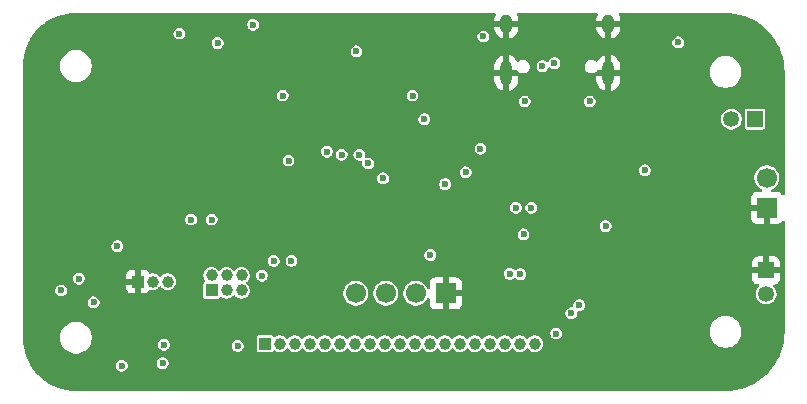
<source format=gbr>
%TF.GenerationSoftware,KiCad,Pcbnew,9.0.1*%
%TF.CreationDate,2025-06-29T09:49:02-05:00*%
%TF.ProjectId,OM-FlexGrid-Rigid-PCB,4f4d2d46-6c65-4784-9772-69642d526967,rev?*%
%TF.SameCoordinates,Original*%
%TF.FileFunction,Copper,L2,Inr*%
%TF.FilePolarity,Positive*%
%FSLAX46Y46*%
G04 Gerber Fmt 4.6, Leading zero omitted, Abs format (unit mm)*
G04 Created by KiCad (PCBNEW 9.0.1) date 2025-06-29 09:49:02*
%MOMM*%
%LPD*%
G01*
G04 APERTURE LIST*
%TA.AperFunction,ComponentPad*%
%ADD10R,1.350000X1.350000*%
%TD*%
%TA.AperFunction,ComponentPad*%
%ADD11C,1.350000*%
%TD*%
%TA.AperFunction,ComponentPad*%
%ADD12R,1.000000X1.000000*%
%TD*%
%TA.AperFunction,ComponentPad*%
%ADD13C,1.000000*%
%TD*%
%TA.AperFunction,ComponentPad*%
%ADD14R,1.700000X1.700000*%
%TD*%
%TA.AperFunction,ComponentPad*%
%ADD15C,1.700000*%
%TD*%
%TA.AperFunction,HeatsinkPad*%
%ADD16O,1.000000X2.100000*%
%TD*%
%TA.AperFunction,HeatsinkPad*%
%ADD17O,1.000000X1.600000*%
%TD*%
%TA.AperFunction,ViaPad*%
%ADD18C,0.600000*%
%TD*%
G04 APERTURE END LIST*
D10*
%TO.N,GND*%
%TO.C,J7*%
X215450000Y-120800000D03*
D11*
%TO.N,+3V3*%
X215450000Y-122800000D03*
%TD*%
D12*
%TO.N,GP41*%
%TO.C,J1*%
X168480000Y-122500000D03*
D13*
%TO.N,SPI_MOSI*%
X168480000Y-121230000D03*
%TO.N,SPI_SCK*%
X169750000Y-122500000D03*
%TO.N,SPI_MISO*%
X169750000Y-121230000D03*
%TO.N,CS*%
X171020000Y-122500000D03*
%TO.N,GP40*%
X171020000Y-121230000D03*
%TD*%
D14*
%TO.N,GND*%
%TO.C,J2*%
X215500000Y-115500000D03*
D15*
%TO.N,VBAT*%
X215500000Y-112960000D03*
%TD*%
D14*
%TO.N,GND*%
%TO.C,SCRN1*%
X188310000Y-122750000D03*
D15*
%TO.N,+3V3*%
X185770000Y-122750000D03*
%TO.N,SCL*%
X183230000Y-122750000D03*
%TO.N,SDA*%
X180690000Y-122750000D03*
%TD*%
D16*
%TO.N,GND*%
%TO.C,J4*%
X202070000Y-104085000D03*
D17*
X202070000Y-99905000D03*
D16*
X193430000Y-104085000D03*
D17*
X193430000Y-99905000D03*
%TD*%
D12*
%TO.N,GND*%
%TO.C,J6*%
X162230000Y-121750000D03*
D13*
%TO.N,RX*%
X163500000Y-121750000D03*
%TO.N,TX*%
X164770000Y-121750000D03*
%TD*%
D10*
%TO.N,VBAT*%
%TO.C,J5*%
X214500000Y-108000000D03*
D11*
%TO.N,MotorGND*%
X212500000Y-108000000D03*
%TD*%
D12*
%TO.N,COL_0*%
%TO.C,J3*%
X173000000Y-127000000D03*
D13*
%TO.N,COL_1*%
X174270000Y-127000000D03*
%TO.N,COL_2*%
X175540000Y-127000000D03*
%TO.N,COL_3*%
X176810000Y-127000000D03*
%TO.N,COL_4*%
X178080000Y-127000000D03*
%TO.N,COL_5*%
X179350000Y-127000000D03*
%TO.N,COL_6*%
X180620000Y-127000000D03*
%TO.N,COL_7*%
X181890000Y-127000000D03*
%TO.N,COL_8*%
X183160000Y-127000000D03*
%TO.N,COL_9*%
X184430000Y-127000000D03*
%TO.N,COL_10*%
X185700000Y-127000000D03*
%TO.N,COL_11*%
X186970000Y-127000000D03*
%TO.N,COL_12*%
X188240000Y-127000000D03*
%TO.N,COL_13*%
X189510000Y-127000000D03*
%TO.N,COL_14*%
X190780000Y-127000000D03*
%TO.N,ROW_0*%
X192050000Y-127000000D03*
%TO.N,ROW_1*%
X193320000Y-127000000D03*
%TO.N,ROW_2*%
X194590000Y-127000000D03*
%TO.N,ROW_3*%
X195860000Y-127000000D03*
%TD*%
D18*
%TO.N,GND*%
X154300000Y-114550000D03*
X154300000Y-108400000D03*
%TO.N,ROW_1*%
X164450057Y-127100000D03*
%TO.N,+3V3*%
X197650000Y-126150000D03*
%TO.N,GND*%
X198550000Y-125450000D03*
X204750000Y-125450000D03*
X207375000Y-124625000D03*
%TO.N,COL_7*%
X198930514Y-124430515D03*
%TO.N,COL_6*%
X199610700Y-123750329D03*
%TO.N,S1*%
X194625000Y-121125000D03*
%TO.N,S0*%
X193750000Y-121100000D03*
%TO.N,GND*%
X193575000Y-122325000D03*
%TO.N,GP16_E*%
X195550000Y-115500000D03*
%TO.N,S2*%
X194900000Y-117750000D03*
%TO.N,S3*%
X194250000Y-115500000D03*
%TO.N,+3V3*%
X201850000Y-117050000D03*
%TO.N,GND*%
X198500000Y-109650000D03*
X209350000Y-117000000D03*
X187000000Y-117500000D03*
X161000000Y-101000000D03*
X183000000Y-111500000D03*
X185500000Y-120000000D03*
X169900000Y-125500000D03*
X174950000Y-109950000D03*
X182500000Y-106500000D03*
X170500000Y-106000000D03*
X163700000Y-125500000D03*
X166800000Y-125500000D03*
X170040000Y-109960000D03*
X194000000Y-112000000D03*
X167112500Y-104887500D03*
X178750000Y-100000000D03*
X160500000Y-125500000D03*
X208000000Y-111000000D03*
%TO.N,EN*%
X208000000Y-101500000D03*
%TO.N,+3V3*%
X187000000Y-119500000D03*
X205175000Y-112325000D03*
X180750000Y-102250000D03*
X174500000Y-106000000D03*
%TO.N,VBUS*%
X168500000Y-116500000D03*
X186500000Y-108000000D03*
X175000000Y-111500000D03*
X200500000Y-106500000D03*
X195000000Y-106500000D03*
%TO.N,Net-(D2-K)*%
X190000000Y-112500000D03*
X185500000Y-106000000D03*
%TO.N,GP40*%
X157250000Y-121500000D03*
%TO.N,SCL*%
X175250000Y-120000000D03*
%TO.N,GP41*%
X155750000Y-122500000D03*
%TO.N,ROW_3*%
X160875000Y-128875000D03*
X166750000Y-116500000D03*
X158500000Y-123500000D03*
%TO.N,ROW_2*%
X164350000Y-128650000D03*
%TO.N,ROW_0*%
X170700000Y-127200000D03*
%TO.N,D-*%
X196500000Y-103500000D03*
%TO.N,D+*%
X197500000Y-103250000D03*
%TO.N,SPI_SCK*%
X172750000Y-121250000D03*
%TO.N,ADC_BAT*%
X188250000Y-113500000D03*
%TO.N,Net-(MAX1-In)*%
X172000000Y-100000000D03*
X169000000Y-101550000D03*
%TO.N,VBAT*%
X191250000Y-110500000D03*
%TO.N,PWR_OFF*%
X165750000Y-100750000D03*
%TO.N,S3*%
X178250000Y-110750000D03*
%TO.N,GP16_E*%
X179500000Y-111000000D03*
%TO.N,S0*%
X183000000Y-113000000D03*
%TO.N,S2*%
X181000000Y-111000000D03*
%TO.N,S1*%
X181750000Y-111750000D03*
%TO.N,MENU*%
X160500000Y-118750000D03*
%TO.N,100*%
X191500000Y-101000000D03*
%TO.N,SELECT*%
X173750000Y-120000000D03*
%TD*%
%TA.AperFunction,Conductor*%
%TO.N,GND*%
G36*
X192479459Y-99020185D02*
G01*
X192525214Y-99072989D01*
X192535158Y-99142147D01*
X192526981Y-99171952D01*
X192468430Y-99313306D01*
X192468427Y-99313318D01*
X192430000Y-99506504D01*
X192430000Y-99655000D01*
X193130000Y-99655000D01*
X193130000Y-100155000D01*
X192430000Y-100155000D01*
X192430000Y-100303495D01*
X192468427Y-100496681D01*
X192468430Y-100496693D01*
X192543807Y-100678671D01*
X192543814Y-100678684D01*
X192653248Y-100842462D01*
X192653251Y-100842466D01*
X192792533Y-100981748D01*
X192792537Y-100981751D01*
X192956315Y-101091185D01*
X192956328Y-101091192D01*
X193138308Y-101166569D01*
X193180000Y-101174862D01*
X193180000Y-100371988D01*
X193189940Y-100389205D01*
X193245795Y-100445060D01*
X193314204Y-100484556D01*
X193390504Y-100505000D01*
X193469496Y-100505000D01*
X193545796Y-100484556D01*
X193614205Y-100445060D01*
X193670060Y-100389205D01*
X193680000Y-100371988D01*
X193680000Y-101174862D01*
X193721690Y-101166569D01*
X193721692Y-101166569D01*
X193903671Y-101091192D01*
X193903684Y-101091185D01*
X194067462Y-100981751D01*
X194067466Y-100981748D01*
X194206748Y-100842466D01*
X194206751Y-100842462D01*
X194316185Y-100678684D01*
X194316192Y-100678671D01*
X194391569Y-100496693D01*
X194391572Y-100496681D01*
X194429999Y-100303495D01*
X194430000Y-100303492D01*
X194430000Y-100155000D01*
X193730000Y-100155000D01*
X193730000Y-99655000D01*
X194430000Y-99655000D01*
X194430000Y-99506508D01*
X194429999Y-99506504D01*
X194391572Y-99313318D01*
X194391569Y-99313306D01*
X194333019Y-99171952D01*
X194325550Y-99102483D01*
X194356825Y-99040004D01*
X194416914Y-99004352D01*
X194447580Y-99000500D01*
X201052420Y-99000500D01*
X201119459Y-99020185D01*
X201165214Y-99072989D01*
X201175158Y-99142147D01*
X201166981Y-99171952D01*
X201108430Y-99313306D01*
X201108427Y-99313318D01*
X201070000Y-99506504D01*
X201070000Y-99655000D01*
X201770000Y-99655000D01*
X201770000Y-100155000D01*
X201070000Y-100155000D01*
X201070000Y-100303495D01*
X201108427Y-100496681D01*
X201108430Y-100496693D01*
X201183807Y-100678671D01*
X201183814Y-100678684D01*
X201293248Y-100842462D01*
X201293251Y-100842466D01*
X201432533Y-100981748D01*
X201432537Y-100981751D01*
X201596315Y-101091185D01*
X201596328Y-101091192D01*
X201778308Y-101166569D01*
X201820000Y-101174862D01*
X201820000Y-100371988D01*
X201829940Y-100389205D01*
X201885795Y-100445060D01*
X201954204Y-100484556D01*
X202030504Y-100505000D01*
X202109496Y-100505000D01*
X202185796Y-100484556D01*
X202254205Y-100445060D01*
X202310060Y-100389205D01*
X202320000Y-100371988D01*
X202320000Y-101174862D01*
X202361690Y-101166569D01*
X202361692Y-101166569D01*
X202543671Y-101091192D01*
X202543684Y-101091185D01*
X202707462Y-100981751D01*
X202707466Y-100981748D01*
X202846748Y-100842466D01*
X202846751Y-100842462D01*
X202956185Y-100678684D01*
X202956192Y-100678671D01*
X203031569Y-100496693D01*
X203031572Y-100496681D01*
X203069999Y-100303495D01*
X203070000Y-100303492D01*
X203070000Y-100155000D01*
X202370000Y-100155000D01*
X202370000Y-99655000D01*
X203070000Y-99655000D01*
X203070000Y-99506508D01*
X203069999Y-99506504D01*
X203031572Y-99313318D01*
X203031569Y-99313306D01*
X202973019Y-99171952D01*
X202965550Y-99102483D01*
X202996825Y-99040004D01*
X203056914Y-99004352D01*
X203087580Y-99000500D01*
X211934108Y-99000500D01*
X211997439Y-99000500D01*
X212002562Y-99000605D01*
X212407746Y-99017364D01*
X212417919Y-99018207D01*
X212817817Y-99068054D01*
X212827901Y-99069737D01*
X213222294Y-99152432D01*
X213232208Y-99154942D01*
X213618436Y-99269928D01*
X213628104Y-99273247D01*
X213863092Y-99364940D01*
X214003502Y-99419728D01*
X214012887Y-99423845D01*
X214374880Y-99600813D01*
X214383894Y-99605690D01*
X214730070Y-99811966D01*
X214738638Y-99817564D01*
X215066593Y-100051719D01*
X215074668Y-100058005D01*
X215189190Y-100155000D01*
X215382155Y-100318433D01*
X215389695Y-100325374D01*
X215674625Y-100610304D01*
X215681566Y-100617844D01*
X215941989Y-100925325D01*
X215948282Y-100933410D01*
X216055522Y-101083608D01*
X216182431Y-101261355D01*
X216188037Y-101269935D01*
X216394309Y-101616105D01*
X216399186Y-101625119D01*
X216576154Y-101987112D01*
X216580271Y-101996497D01*
X216726747Y-102371883D01*
X216730075Y-102381576D01*
X216845053Y-102767778D01*
X216847569Y-102777714D01*
X216930260Y-103172089D01*
X216931947Y-103182197D01*
X216981790Y-103582059D01*
X216982636Y-103592273D01*
X216999394Y-103997437D01*
X216999500Y-104002561D01*
X216999500Y-114310730D01*
X216979815Y-114377769D01*
X216927011Y-114423524D01*
X216857853Y-114433468D01*
X216794297Y-114404443D01*
X216776234Y-114385042D01*
X216707187Y-114292809D01*
X216592093Y-114206649D01*
X216592086Y-114206645D01*
X216457379Y-114156403D01*
X216457372Y-114156401D01*
X216397844Y-114150000D01*
X215995565Y-114150000D01*
X215928526Y-114130315D01*
X215882771Y-114077511D01*
X215872827Y-114008353D01*
X215901852Y-113944797D01*
X215948112Y-113911439D01*
X215953608Y-113909162D01*
X215997598Y-113890941D01*
X216169655Y-113775977D01*
X216315977Y-113629655D01*
X216430941Y-113457598D01*
X216510130Y-113266420D01*
X216550500Y-113063465D01*
X216550500Y-112856535D01*
X216510130Y-112653580D01*
X216430941Y-112462402D01*
X216315977Y-112290345D01*
X216315975Y-112290342D01*
X216169657Y-112144024D01*
X216004406Y-112033608D01*
X215997598Y-112029059D01*
X215970141Y-112017686D01*
X215806420Y-111949870D01*
X215806412Y-111949868D01*
X215603469Y-111909500D01*
X215603465Y-111909500D01*
X215396535Y-111909500D01*
X215396530Y-111909500D01*
X215193587Y-111949868D01*
X215193579Y-111949870D01*
X215002403Y-112029058D01*
X214830342Y-112144024D01*
X214684024Y-112290342D01*
X214569058Y-112462403D01*
X214489870Y-112653579D01*
X214489868Y-112653587D01*
X214449500Y-112856530D01*
X214449500Y-113063469D01*
X214475303Y-113193187D01*
X214489870Y-113266420D01*
X214569059Y-113457598D01*
X214574935Y-113466392D01*
X214684024Y-113629657D01*
X214830342Y-113775975D01*
X214830345Y-113775977D01*
X215002402Y-113890941D01*
X215041993Y-113907340D01*
X215051888Y-113911439D01*
X215106291Y-113955280D01*
X215128356Y-114021574D01*
X215111077Y-114089274D01*
X215059939Y-114136884D01*
X215004435Y-114150000D01*
X214602155Y-114150000D01*
X214542627Y-114156401D01*
X214542620Y-114156403D01*
X214407913Y-114206645D01*
X214407906Y-114206649D01*
X214292812Y-114292809D01*
X214292809Y-114292812D01*
X214206649Y-114407906D01*
X214206645Y-114407913D01*
X214156403Y-114542620D01*
X214156401Y-114542627D01*
X214150000Y-114602155D01*
X214150000Y-115250000D01*
X215066988Y-115250000D01*
X215034075Y-115307007D01*
X215000000Y-115434174D01*
X215000000Y-115565826D01*
X215034075Y-115692993D01*
X215066988Y-115750000D01*
X214150000Y-115750000D01*
X214150000Y-116397844D01*
X214156401Y-116457372D01*
X214156403Y-116457379D01*
X214206645Y-116592086D01*
X214206649Y-116592093D01*
X214292809Y-116707187D01*
X214292812Y-116707190D01*
X214407906Y-116793350D01*
X214407913Y-116793354D01*
X214542620Y-116843596D01*
X214542627Y-116843598D01*
X214602155Y-116849999D01*
X214602172Y-116850000D01*
X215250000Y-116850000D01*
X215250000Y-115933012D01*
X215307007Y-115965925D01*
X215434174Y-116000000D01*
X215565826Y-116000000D01*
X215692993Y-115965925D01*
X215750000Y-115933012D01*
X215750000Y-116850000D01*
X216397828Y-116850000D01*
X216397844Y-116849999D01*
X216457372Y-116843598D01*
X216457379Y-116843596D01*
X216592086Y-116793354D01*
X216592093Y-116793350D01*
X216707187Y-116707190D01*
X216707190Y-116707187D01*
X216776234Y-116614958D01*
X216832168Y-116573087D01*
X216901859Y-116568103D01*
X216963182Y-116601589D01*
X216996666Y-116662912D01*
X216999500Y-116689269D01*
X216999500Y-125997438D01*
X216999394Y-126002562D01*
X216982636Y-126407726D01*
X216981790Y-126417940D01*
X216931947Y-126817802D01*
X216930260Y-126827910D01*
X216847569Y-127222285D01*
X216845053Y-127232221D01*
X216730075Y-127618423D01*
X216726747Y-127628116D01*
X216580271Y-128003502D01*
X216576154Y-128012887D01*
X216399186Y-128374880D01*
X216394309Y-128383894D01*
X216188037Y-128730064D01*
X216182431Y-128738644D01*
X215948284Y-129066587D01*
X215941989Y-129074674D01*
X215681566Y-129382155D01*
X215674625Y-129389695D01*
X215389695Y-129674625D01*
X215382155Y-129681566D01*
X215074674Y-129941989D01*
X215066587Y-129948284D01*
X214738644Y-130182431D01*
X214730064Y-130188037D01*
X214383894Y-130394309D01*
X214374880Y-130399186D01*
X214012887Y-130576154D01*
X214003502Y-130580271D01*
X213628116Y-130726747D01*
X213618423Y-130730075D01*
X213232221Y-130845053D01*
X213222285Y-130847569D01*
X212827910Y-130930260D01*
X212817802Y-130931947D01*
X212417940Y-130981790D01*
X212407726Y-130982636D01*
X212002563Y-130999394D01*
X211997439Y-130999500D01*
X157002706Y-130999500D01*
X156997297Y-130999382D01*
X156613249Y-130982614D01*
X156602473Y-130981671D01*
X156224042Y-130931849D01*
X156213389Y-130929971D01*
X155840727Y-130847354D01*
X155830278Y-130844554D01*
X155466244Y-130729775D01*
X155456078Y-130726075D01*
X155103427Y-130580002D01*
X155093623Y-130575430D01*
X154755057Y-130399183D01*
X154745689Y-130393775D01*
X154423755Y-130188681D01*
X154414894Y-130182476D01*
X154112069Y-129950110D01*
X154103782Y-129943156D01*
X153822364Y-129685284D01*
X153814715Y-129677635D01*
X153556843Y-129396217D01*
X153549889Y-129387930D01*
X153317523Y-129085105D01*
X153311318Y-129076244D01*
X153306185Y-129068187D01*
X153141134Y-128809108D01*
X160374500Y-128809108D01*
X160374500Y-128940891D01*
X160408608Y-129068187D01*
X160418376Y-129085105D01*
X160474500Y-129182314D01*
X160567686Y-129275500D01*
X160681814Y-129341392D01*
X160809108Y-129375500D01*
X160809110Y-129375500D01*
X160940890Y-129375500D01*
X160940892Y-129375500D01*
X161068186Y-129341392D01*
X161182314Y-129275500D01*
X161275500Y-129182314D01*
X161341392Y-129068186D01*
X161375500Y-128940892D01*
X161375500Y-128809108D01*
X161341392Y-128681814D01*
X161284981Y-128584108D01*
X163849500Y-128584108D01*
X163849500Y-128715892D01*
X163854477Y-128734467D01*
X163883608Y-128843187D01*
X163897707Y-128867606D01*
X163949500Y-128957314D01*
X164042686Y-129050500D01*
X164156814Y-129116392D01*
X164284108Y-129150500D01*
X164284110Y-129150500D01*
X164415890Y-129150500D01*
X164415892Y-129150500D01*
X164543186Y-129116392D01*
X164657314Y-129050500D01*
X164750500Y-128957314D01*
X164816392Y-128843186D01*
X164850500Y-128715892D01*
X164850500Y-128584108D01*
X164816392Y-128456814D01*
X164750500Y-128342686D01*
X164657314Y-128249500D01*
X164600250Y-128216554D01*
X164543187Y-128183608D01*
X164479539Y-128166554D01*
X164415892Y-128149500D01*
X164284108Y-128149500D01*
X164156812Y-128183608D01*
X164042686Y-128249500D01*
X164042683Y-128249502D01*
X163949502Y-128342683D01*
X163949500Y-128342686D01*
X163883608Y-128456812D01*
X163871719Y-128501185D01*
X163849500Y-128584108D01*
X161284981Y-128584108D01*
X161275500Y-128567686D01*
X161182314Y-128474500D01*
X161125250Y-128441554D01*
X161068187Y-128408608D01*
X160975951Y-128383894D01*
X160940892Y-128374500D01*
X160809108Y-128374500D01*
X160681812Y-128408608D01*
X160567686Y-128474500D01*
X160567683Y-128474502D01*
X160474502Y-128567683D01*
X160474500Y-128567686D01*
X160408608Y-128681812D01*
X160374500Y-128809108D01*
X153141134Y-128809108D01*
X153106223Y-128754309D01*
X153100816Y-128744942D01*
X152924566Y-128406369D01*
X152919997Y-128396572D01*
X152911012Y-128374880D01*
X152773920Y-128043911D01*
X152770224Y-128033755D01*
X152655442Y-127669710D01*
X152652648Y-127659284D01*
X152570025Y-127286597D01*
X152568152Y-127275971D01*
X152518326Y-126897506D01*
X152517386Y-126886771D01*
X152500618Y-126502702D01*
X152500500Y-126497293D01*
X152500500Y-126393713D01*
X155649500Y-126393713D01*
X155649500Y-126606287D01*
X155653827Y-126633608D01*
X155682753Y-126816239D01*
X155682753Y-126816241D01*
X155682754Y-126816243D01*
X155738451Y-126987661D01*
X155748444Y-127018414D01*
X155844951Y-127207820D01*
X155969890Y-127379786D01*
X156120213Y-127530109D01*
X156292179Y-127655048D01*
X156292181Y-127655049D01*
X156292184Y-127655051D01*
X156481588Y-127751557D01*
X156683757Y-127817246D01*
X156893713Y-127850500D01*
X156893714Y-127850500D01*
X157106286Y-127850500D01*
X157106287Y-127850500D01*
X157316243Y-127817246D01*
X157518412Y-127751557D01*
X157707816Y-127655051D01*
X157754999Y-127620771D01*
X157879786Y-127530109D01*
X157879788Y-127530106D01*
X157879792Y-127530104D01*
X158030104Y-127379792D01*
X158030106Y-127379788D01*
X158030109Y-127379786D01*
X158155048Y-127207820D01*
X158155047Y-127207820D01*
X158155051Y-127207816D01*
X158243560Y-127034108D01*
X163949557Y-127034108D01*
X163949557Y-127165892D01*
X163964667Y-127222285D01*
X163983665Y-127293187D01*
X164016611Y-127350250D01*
X164049557Y-127407314D01*
X164142743Y-127500500D01*
X164256871Y-127566392D01*
X164384165Y-127600500D01*
X164384167Y-127600500D01*
X164515947Y-127600500D01*
X164515949Y-127600500D01*
X164643243Y-127566392D01*
X164757371Y-127500500D01*
X164850557Y-127407314D01*
X164916449Y-127293186D01*
X164950557Y-127165892D01*
X164950557Y-127134108D01*
X170199500Y-127134108D01*
X170199500Y-127265891D01*
X170233608Y-127393187D01*
X170246108Y-127414837D01*
X170299500Y-127507314D01*
X170392686Y-127600500D01*
X170506814Y-127666392D01*
X170634108Y-127700500D01*
X170634110Y-127700500D01*
X170765890Y-127700500D01*
X170765892Y-127700500D01*
X170893186Y-127666392D01*
X171007314Y-127600500D01*
X171100500Y-127507314D01*
X171166392Y-127393186D01*
X171200500Y-127265892D01*
X171200500Y-127134108D01*
X171166392Y-127006814D01*
X171100500Y-126892686D01*
X171007314Y-126799500D01*
X170950250Y-126766554D01*
X170893187Y-126733608D01*
X170829539Y-126716554D01*
X170765892Y-126699500D01*
X170634108Y-126699500D01*
X170506812Y-126733608D01*
X170392686Y-126799500D01*
X170392683Y-126799502D01*
X170299502Y-126892683D01*
X170299500Y-126892686D01*
X170233608Y-127006812D01*
X170199500Y-127134108D01*
X164950557Y-127134108D01*
X164950557Y-127034108D01*
X164916449Y-126906814D01*
X164850557Y-126792686D01*
X164757371Y-126699500D01*
X164672499Y-126650499D01*
X164643244Y-126633608D01*
X164578988Y-126616391D01*
X164515949Y-126599500D01*
X164384165Y-126599500D01*
X164256869Y-126633608D01*
X164142743Y-126699500D01*
X164142740Y-126699502D01*
X164049559Y-126792683D01*
X164049557Y-126792686D01*
X163983665Y-126906812D01*
X163962002Y-126987661D01*
X163949557Y-127034108D01*
X158243560Y-127034108D01*
X158251557Y-127018412D01*
X158317246Y-126816243D01*
X158350500Y-126606287D01*
X158350500Y-126480247D01*
X172299500Y-126480247D01*
X172299500Y-127519752D01*
X172311131Y-127578229D01*
X172311132Y-127578230D01*
X172355447Y-127644552D01*
X172421769Y-127688867D01*
X172421770Y-127688868D01*
X172480247Y-127700499D01*
X172480250Y-127700500D01*
X172480252Y-127700500D01*
X173519750Y-127700500D01*
X173519751Y-127700499D01*
X173534568Y-127697552D01*
X173578229Y-127688868D01*
X173578229Y-127688867D01*
X173578231Y-127688867D01*
X173644552Y-127644552D01*
X173677279Y-127595573D01*
X173730889Y-127550769D01*
X173800213Y-127542060D01*
X173849271Y-127561362D01*
X173938182Y-127620771D01*
X173938195Y-127620778D01*
X174065667Y-127673578D01*
X174065672Y-127673580D01*
X174065676Y-127673580D01*
X174065677Y-127673581D01*
X174201004Y-127700500D01*
X174201007Y-127700500D01*
X174338995Y-127700500D01*
X174430041Y-127682389D01*
X174474328Y-127673580D01*
X174601811Y-127620775D01*
X174716542Y-127544114D01*
X174760159Y-127500497D01*
X174817319Y-127443338D01*
X174878642Y-127409853D01*
X174948334Y-127414837D01*
X174992681Y-127443338D01*
X175093454Y-127544111D01*
X175093458Y-127544114D01*
X175208182Y-127620771D01*
X175208195Y-127620778D01*
X175335667Y-127673578D01*
X175335672Y-127673580D01*
X175335676Y-127673580D01*
X175335677Y-127673581D01*
X175471004Y-127700500D01*
X175471007Y-127700500D01*
X175608995Y-127700500D01*
X175700041Y-127682389D01*
X175744328Y-127673580D01*
X175871811Y-127620775D01*
X175986542Y-127544114D01*
X176030159Y-127500497D01*
X176087319Y-127443338D01*
X176148642Y-127409853D01*
X176218334Y-127414837D01*
X176262681Y-127443338D01*
X176363454Y-127544111D01*
X176363458Y-127544114D01*
X176478182Y-127620771D01*
X176478195Y-127620778D01*
X176605667Y-127673578D01*
X176605672Y-127673580D01*
X176605676Y-127673580D01*
X176605677Y-127673581D01*
X176741004Y-127700500D01*
X176741007Y-127700500D01*
X176878995Y-127700500D01*
X176970041Y-127682389D01*
X177014328Y-127673580D01*
X177141811Y-127620775D01*
X177256542Y-127544114D01*
X177300159Y-127500497D01*
X177357319Y-127443338D01*
X177418642Y-127409853D01*
X177488334Y-127414837D01*
X177532681Y-127443338D01*
X177633454Y-127544111D01*
X177633458Y-127544114D01*
X177748182Y-127620771D01*
X177748195Y-127620778D01*
X177875667Y-127673578D01*
X177875672Y-127673580D01*
X177875676Y-127673580D01*
X177875677Y-127673581D01*
X178011004Y-127700500D01*
X178011007Y-127700500D01*
X178148995Y-127700500D01*
X178240041Y-127682389D01*
X178284328Y-127673580D01*
X178411811Y-127620775D01*
X178526542Y-127544114D01*
X178570159Y-127500497D01*
X178627319Y-127443338D01*
X178688642Y-127409853D01*
X178758334Y-127414837D01*
X178802681Y-127443338D01*
X178903454Y-127544111D01*
X178903458Y-127544114D01*
X179018182Y-127620771D01*
X179018195Y-127620778D01*
X179145667Y-127673578D01*
X179145672Y-127673580D01*
X179145676Y-127673580D01*
X179145677Y-127673581D01*
X179281004Y-127700500D01*
X179281007Y-127700500D01*
X179418995Y-127700500D01*
X179510041Y-127682389D01*
X179554328Y-127673580D01*
X179681811Y-127620775D01*
X179796542Y-127544114D01*
X179840159Y-127500497D01*
X179897319Y-127443338D01*
X179958642Y-127409853D01*
X180028334Y-127414837D01*
X180072681Y-127443338D01*
X180173454Y-127544111D01*
X180173458Y-127544114D01*
X180288182Y-127620771D01*
X180288195Y-127620778D01*
X180415667Y-127673578D01*
X180415672Y-127673580D01*
X180415676Y-127673580D01*
X180415677Y-127673581D01*
X180551004Y-127700500D01*
X180551007Y-127700500D01*
X180688995Y-127700500D01*
X180780041Y-127682389D01*
X180824328Y-127673580D01*
X180951811Y-127620775D01*
X181066542Y-127544114D01*
X181110159Y-127500497D01*
X181167319Y-127443338D01*
X181228642Y-127409853D01*
X181298334Y-127414837D01*
X181342681Y-127443338D01*
X181443454Y-127544111D01*
X181443458Y-127544114D01*
X181558182Y-127620771D01*
X181558195Y-127620778D01*
X181685667Y-127673578D01*
X181685672Y-127673580D01*
X181685676Y-127673580D01*
X181685677Y-127673581D01*
X181821004Y-127700500D01*
X181821007Y-127700500D01*
X181958995Y-127700500D01*
X182050041Y-127682389D01*
X182094328Y-127673580D01*
X182221811Y-127620775D01*
X182336542Y-127544114D01*
X182380159Y-127500497D01*
X182437319Y-127443338D01*
X182498642Y-127409853D01*
X182568334Y-127414837D01*
X182612681Y-127443338D01*
X182713454Y-127544111D01*
X182713458Y-127544114D01*
X182828182Y-127620771D01*
X182828195Y-127620778D01*
X182955667Y-127673578D01*
X182955672Y-127673580D01*
X182955676Y-127673580D01*
X182955677Y-127673581D01*
X183091004Y-127700500D01*
X183091007Y-127700500D01*
X183228995Y-127700500D01*
X183320041Y-127682389D01*
X183364328Y-127673580D01*
X183491811Y-127620775D01*
X183606542Y-127544114D01*
X183650159Y-127500497D01*
X183707319Y-127443338D01*
X183768642Y-127409853D01*
X183838334Y-127414837D01*
X183882681Y-127443338D01*
X183983454Y-127544111D01*
X183983458Y-127544114D01*
X184098182Y-127620771D01*
X184098195Y-127620778D01*
X184225667Y-127673578D01*
X184225672Y-127673580D01*
X184225676Y-127673580D01*
X184225677Y-127673581D01*
X184361004Y-127700500D01*
X184361007Y-127700500D01*
X184498995Y-127700500D01*
X184590041Y-127682389D01*
X184634328Y-127673580D01*
X184761811Y-127620775D01*
X184876542Y-127544114D01*
X184920159Y-127500497D01*
X184977319Y-127443338D01*
X185038642Y-127409853D01*
X185108334Y-127414837D01*
X185152681Y-127443338D01*
X185253454Y-127544111D01*
X185253458Y-127544114D01*
X185368182Y-127620771D01*
X185368195Y-127620778D01*
X185495667Y-127673578D01*
X185495672Y-127673580D01*
X185495676Y-127673580D01*
X185495677Y-127673581D01*
X185631004Y-127700500D01*
X185631007Y-127700500D01*
X185768995Y-127700500D01*
X185860041Y-127682389D01*
X185904328Y-127673580D01*
X186031811Y-127620775D01*
X186146542Y-127544114D01*
X186190159Y-127500497D01*
X186247319Y-127443338D01*
X186308642Y-127409853D01*
X186378334Y-127414837D01*
X186422681Y-127443338D01*
X186523454Y-127544111D01*
X186523458Y-127544114D01*
X186638182Y-127620771D01*
X186638195Y-127620778D01*
X186765667Y-127673578D01*
X186765672Y-127673580D01*
X186765676Y-127673580D01*
X186765677Y-127673581D01*
X186901004Y-127700500D01*
X186901007Y-127700500D01*
X187038995Y-127700500D01*
X187130041Y-127682389D01*
X187174328Y-127673580D01*
X187301811Y-127620775D01*
X187416542Y-127544114D01*
X187460159Y-127500497D01*
X187517319Y-127443338D01*
X187578642Y-127409853D01*
X187648334Y-127414837D01*
X187692681Y-127443338D01*
X187793454Y-127544111D01*
X187793458Y-127544114D01*
X187908182Y-127620771D01*
X187908195Y-127620778D01*
X188035667Y-127673578D01*
X188035672Y-127673580D01*
X188035676Y-127673580D01*
X188035677Y-127673581D01*
X188171004Y-127700500D01*
X188171007Y-127700500D01*
X188308995Y-127700500D01*
X188400041Y-127682389D01*
X188444328Y-127673580D01*
X188571811Y-127620775D01*
X188686542Y-127544114D01*
X188730159Y-127500497D01*
X188787319Y-127443338D01*
X188848642Y-127409853D01*
X188918334Y-127414837D01*
X188962681Y-127443338D01*
X189063454Y-127544111D01*
X189063458Y-127544114D01*
X189178182Y-127620771D01*
X189178195Y-127620778D01*
X189305667Y-127673578D01*
X189305672Y-127673580D01*
X189305676Y-127673580D01*
X189305677Y-127673581D01*
X189441004Y-127700500D01*
X189441007Y-127700500D01*
X189578995Y-127700500D01*
X189670041Y-127682389D01*
X189714328Y-127673580D01*
X189841811Y-127620775D01*
X189956542Y-127544114D01*
X190000159Y-127500497D01*
X190057319Y-127443338D01*
X190118642Y-127409853D01*
X190188334Y-127414837D01*
X190232681Y-127443338D01*
X190333454Y-127544111D01*
X190333458Y-127544114D01*
X190448182Y-127620771D01*
X190448195Y-127620778D01*
X190575667Y-127673578D01*
X190575672Y-127673580D01*
X190575676Y-127673580D01*
X190575677Y-127673581D01*
X190711004Y-127700500D01*
X190711007Y-127700500D01*
X190848995Y-127700500D01*
X190940041Y-127682389D01*
X190984328Y-127673580D01*
X191111811Y-127620775D01*
X191226542Y-127544114D01*
X191270159Y-127500497D01*
X191327319Y-127443338D01*
X191388642Y-127409853D01*
X191458334Y-127414837D01*
X191502681Y-127443338D01*
X191603454Y-127544111D01*
X191603458Y-127544114D01*
X191718182Y-127620771D01*
X191718195Y-127620778D01*
X191845667Y-127673578D01*
X191845672Y-127673580D01*
X191845676Y-127673580D01*
X191845677Y-127673581D01*
X191981004Y-127700500D01*
X191981007Y-127700500D01*
X192118995Y-127700500D01*
X192210041Y-127682389D01*
X192254328Y-127673580D01*
X192381811Y-127620775D01*
X192496542Y-127544114D01*
X192540159Y-127500497D01*
X192597319Y-127443338D01*
X192658642Y-127409853D01*
X192728334Y-127414837D01*
X192772681Y-127443338D01*
X192873454Y-127544111D01*
X192873458Y-127544114D01*
X192988182Y-127620771D01*
X192988195Y-127620778D01*
X193115667Y-127673578D01*
X193115672Y-127673580D01*
X193115676Y-127673580D01*
X193115677Y-127673581D01*
X193251004Y-127700500D01*
X193251007Y-127700500D01*
X193388995Y-127700500D01*
X193480041Y-127682389D01*
X193524328Y-127673580D01*
X193651811Y-127620775D01*
X193766542Y-127544114D01*
X193810159Y-127500497D01*
X193867319Y-127443338D01*
X193928642Y-127409853D01*
X193998334Y-127414837D01*
X194042681Y-127443338D01*
X194143454Y-127544111D01*
X194143458Y-127544114D01*
X194258182Y-127620771D01*
X194258195Y-127620778D01*
X194385667Y-127673578D01*
X194385672Y-127673580D01*
X194385676Y-127673580D01*
X194385677Y-127673581D01*
X194521004Y-127700500D01*
X194521007Y-127700500D01*
X194658995Y-127700500D01*
X194750041Y-127682389D01*
X194794328Y-127673580D01*
X194921811Y-127620775D01*
X195036542Y-127544114D01*
X195080159Y-127500497D01*
X195137319Y-127443338D01*
X195198642Y-127409853D01*
X195268334Y-127414837D01*
X195312681Y-127443338D01*
X195413454Y-127544111D01*
X195413458Y-127544114D01*
X195528182Y-127620771D01*
X195528195Y-127620778D01*
X195655667Y-127673578D01*
X195655672Y-127673580D01*
X195655676Y-127673580D01*
X195655677Y-127673581D01*
X195791004Y-127700500D01*
X195791007Y-127700500D01*
X195928995Y-127700500D01*
X196020041Y-127682389D01*
X196064328Y-127673580D01*
X196191811Y-127620775D01*
X196306542Y-127544114D01*
X196404114Y-127446542D01*
X196480775Y-127331811D01*
X196533580Y-127204328D01*
X196560500Y-127068993D01*
X196560500Y-126931007D01*
X196560500Y-126931004D01*
X196533581Y-126795677D01*
X196533580Y-126795676D01*
X196533580Y-126795672D01*
X196532342Y-126792683D01*
X196480778Y-126668195D01*
X196480771Y-126668182D01*
X196404114Y-126553458D01*
X196404111Y-126553454D01*
X196306545Y-126455888D01*
X196306541Y-126455885D01*
X196191817Y-126379228D01*
X196191804Y-126379221D01*
X196064332Y-126326421D01*
X196064322Y-126326418D01*
X195928995Y-126299500D01*
X195928993Y-126299500D01*
X195791007Y-126299500D01*
X195791005Y-126299500D01*
X195655677Y-126326418D01*
X195655667Y-126326421D01*
X195528195Y-126379221D01*
X195528182Y-126379228D01*
X195413458Y-126455885D01*
X195413454Y-126455888D01*
X195312681Y-126556662D01*
X195251358Y-126590147D01*
X195181666Y-126585163D01*
X195137319Y-126556662D01*
X195036545Y-126455888D01*
X195036541Y-126455885D01*
X194921817Y-126379228D01*
X194921804Y-126379221D01*
X194794332Y-126326421D01*
X194794322Y-126326418D01*
X194658995Y-126299500D01*
X194658993Y-126299500D01*
X194521007Y-126299500D01*
X194521005Y-126299500D01*
X194385677Y-126326418D01*
X194385667Y-126326421D01*
X194258195Y-126379221D01*
X194258182Y-126379228D01*
X194143458Y-126455885D01*
X194143454Y-126455888D01*
X194042681Y-126556662D01*
X193981358Y-126590147D01*
X193911666Y-126585163D01*
X193867319Y-126556662D01*
X193766545Y-126455888D01*
X193766541Y-126455885D01*
X193651817Y-126379228D01*
X193651804Y-126379221D01*
X193524332Y-126326421D01*
X193524322Y-126326418D01*
X193388995Y-126299500D01*
X193388993Y-126299500D01*
X193251007Y-126299500D01*
X193251005Y-126299500D01*
X193115677Y-126326418D01*
X193115667Y-126326421D01*
X192988195Y-126379221D01*
X192988182Y-126379228D01*
X192873458Y-126455885D01*
X192873454Y-126455888D01*
X192772681Y-126556662D01*
X192711358Y-126590147D01*
X192641666Y-126585163D01*
X192597319Y-126556662D01*
X192496545Y-126455888D01*
X192496541Y-126455885D01*
X192381817Y-126379228D01*
X192381804Y-126379221D01*
X192254332Y-126326421D01*
X192254322Y-126326418D01*
X192118995Y-126299500D01*
X192118993Y-126299500D01*
X191981007Y-126299500D01*
X191981005Y-126299500D01*
X191845677Y-126326418D01*
X191845667Y-126326421D01*
X191718195Y-126379221D01*
X191718182Y-126379228D01*
X191603458Y-126455885D01*
X191603454Y-126455888D01*
X191502681Y-126556662D01*
X191441358Y-126590147D01*
X191371666Y-126585163D01*
X191327319Y-126556662D01*
X191226545Y-126455888D01*
X191226541Y-126455885D01*
X191111817Y-126379228D01*
X191111804Y-126379221D01*
X190984332Y-126326421D01*
X190984322Y-126326418D01*
X190848995Y-126299500D01*
X190848993Y-126299500D01*
X190711007Y-126299500D01*
X190711005Y-126299500D01*
X190575677Y-126326418D01*
X190575667Y-126326421D01*
X190448195Y-126379221D01*
X190448182Y-126379228D01*
X190333458Y-126455885D01*
X190333454Y-126455888D01*
X190232681Y-126556662D01*
X190171358Y-126590147D01*
X190101666Y-126585163D01*
X190057319Y-126556662D01*
X189956545Y-126455888D01*
X189956541Y-126455885D01*
X189841817Y-126379228D01*
X189841804Y-126379221D01*
X189714332Y-126326421D01*
X189714322Y-126326418D01*
X189578995Y-126299500D01*
X189578993Y-126299500D01*
X189441007Y-126299500D01*
X189441005Y-126299500D01*
X189305677Y-126326418D01*
X189305667Y-126326421D01*
X189178195Y-126379221D01*
X189178182Y-126379228D01*
X189063458Y-126455885D01*
X189063454Y-126455888D01*
X188962681Y-126556662D01*
X188901358Y-126590147D01*
X188831666Y-126585163D01*
X188787319Y-126556662D01*
X188686545Y-126455888D01*
X188686541Y-126455885D01*
X188571817Y-126379228D01*
X188571804Y-126379221D01*
X188444332Y-126326421D01*
X188444322Y-126326418D01*
X188308995Y-126299500D01*
X188308993Y-126299500D01*
X188171007Y-126299500D01*
X188171005Y-126299500D01*
X188035677Y-126326418D01*
X188035667Y-126326421D01*
X187908195Y-126379221D01*
X187908182Y-126379228D01*
X187793458Y-126455885D01*
X187793454Y-126455888D01*
X187692681Y-126556662D01*
X187631358Y-126590147D01*
X187561666Y-126585163D01*
X187517319Y-126556662D01*
X187416545Y-126455888D01*
X187416541Y-126455885D01*
X187301817Y-126379228D01*
X187301804Y-126379221D01*
X187174332Y-126326421D01*
X187174322Y-126326418D01*
X187038995Y-126299500D01*
X187038993Y-126299500D01*
X186901007Y-126299500D01*
X186901005Y-126299500D01*
X186765677Y-126326418D01*
X186765667Y-126326421D01*
X186638195Y-126379221D01*
X186638182Y-126379228D01*
X186523458Y-126455885D01*
X186523454Y-126455888D01*
X186422681Y-126556662D01*
X186361358Y-126590147D01*
X186291666Y-126585163D01*
X186247319Y-126556662D01*
X186146545Y-126455888D01*
X186146541Y-126455885D01*
X186031817Y-126379228D01*
X186031804Y-126379221D01*
X185904332Y-126326421D01*
X185904322Y-126326418D01*
X185768995Y-126299500D01*
X185768993Y-126299500D01*
X185631007Y-126299500D01*
X185631005Y-126299500D01*
X185495677Y-126326418D01*
X185495667Y-126326421D01*
X185368195Y-126379221D01*
X185368182Y-126379228D01*
X185253458Y-126455885D01*
X185253454Y-126455888D01*
X185152681Y-126556662D01*
X185091358Y-126590147D01*
X185021666Y-126585163D01*
X184977319Y-126556662D01*
X184876545Y-126455888D01*
X184876541Y-126455885D01*
X184761817Y-126379228D01*
X184761804Y-126379221D01*
X184634332Y-126326421D01*
X184634322Y-126326418D01*
X184498995Y-126299500D01*
X184498993Y-126299500D01*
X184361007Y-126299500D01*
X184361005Y-126299500D01*
X184225677Y-126326418D01*
X184225667Y-126326421D01*
X184098195Y-126379221D01*
X184098182Y-126379228D01*
X183983458Y-126455885D01*
X183983454Y-126455888D01*
X183882681Y-126556662D01*
X183821358Y-126590147D01*
X183751666Y-126585163D01*
X183707319Y-126556662D01*
X183606545Y-126455888D01*
X183606541Y-126455885D01*
X183491817Y-126379228D01*
X183491804Y-126379221D01*
X183364332Y-126326421D01*
X183364322Y-126326418D01*
X183228995Y-126299500D01*
X183228993Y-126299500D01*
X183091007Y-126299500D01*
X183091005Y-126299500D01*
X182955677Y-126326418D01*
X182955667Y-126326421D01*
X182828195Y-126379221D01*
X182828182Y-126379228D01*
X182713458Y-126455885D01*
X182713454Y-126455888D01*
X182612681Y-126556662D01*
X182551358Y-126590147D01*
X182481666Y-126585163D01*
X182437319Y-126556662D01*
X182336545Y-126455888D01*
X182336541Y-126455885D01*
X182221817Y-126379228D01*
X182221804Y-126379221D01*
X182094332Y-126326421D01*
X182094322Y-126326418D01*
X181958995Y-126299500D01*
X181958993Y-126299500D01*
X181821007Y-126299500D01*
X181821005Y-126299500D01*
X181685677Y-126326418D01*
X181685667Y-126326421D01*
X181558195Y-126379221D01*
X181558182Y-126379228D01*
X181443458Y-126455885D01*
X181443454Y-126455888D01*
X181342681Y-126556662D01*
X181281358Y-126590147D01*
X181211666Y-126585163D01*
X181167319Y-126556662D01*
X181066545Y-126455888D01*
X181066541Y-126455885D01*
X180951817Y-126379228D01*
X180951804Y-126379221D01*
X180824332Y-126326421D01*
X180824322Y-126326418D01*
X180688995Y-126299500D01*
X180688993Y-126299500D01*
X180551007Y-126299500D01*
X180551005Y-126299500D01*
X180415677Y-126326418D01*
X180415667Y-126326421D01*
X180288195Y-126379221D01*
X180288182Y-126379228D01*
X180173458Y-126455885D01*
X180173454Y-126455888D01*
X180072681Y-126556662D01*
X180011358Y-126590147D01*
X179941666Y-126585163D01*
X179897319Y-126556662D01*
X179796545Y-126455888D01*
X179796541Y-126455885D01*
X179681817Y-126379228D01*
X179681804Y-126379221D01*
X179554332Y-126326421D01*
X179554322Y-126326418D01*
X179418995Y-126299500D01*
X179418993Y-126299500D01*
X179281007Y-126299500D01*
X179281005Y-126299500D01*
X179145677Y-126326418D01*
X179145667Y-126326421D01*
X179018195Y-126379221D01*
X179018182Y-126379228D01*
X178903458Y-126455885D01*
X178903454Y-126455888D01*
X178802681Y-126556662D01*
X178741358Y-126590147D01*
X178671666Y-126585163D01*
X178627319Y-126556662D01*
X178526545Y-126455888D01*
X178526541Y-126455885D01*
X178411817Y-126379228D01*
X178411804Y-126379221D01*
X178284332Y-126326421D01*
X178284322Y-126326418D01*
X178148995Y-126299500D01*
X178148993Y-126299500D01*
X178011007Y-126299500D01*
X178011005Y-126299500D01*
X177875677Y-126326418D01*
X177875667Y-126326421D01*
X177748195Y-126379221D01*
X177748182Y-126379228D01*
X177633458Y-126455885D01*
X177633454Y-126455888D01*
X177532681Y-126556662D01*
X177471358Y-126590147D01*
X177401666Y-126585163D01*
X177357319Y-126556662D01*
X177256545Y-126455888D01*
X177256541Y-126455885D01*
X177141817Y-126379228D01*
X177141804Y-126379221D01*
X177014332Y-126326421D01*
X177014322Y-126326418D01*
X176878995Y-126299500D01*
X176878993Y-126299500D01*
X176741007Y-126299500D01*
X176741005Y-126299500D01*
X176605677Y-126326418D01*
X176605667Y-126326421D01*
X176478195Y-126379221D01*
X176478182Y-126379228D01*
X176363458Y-126455885D01*
X176363454Y-126455888D01*
X176262681Y-126556662D01*
X176201358Y-126590147D01*
X176131666Y-126585163D01*
X176087319Y-126556662D01*
X175986545Y-126455888D01*
X175986541Y-126455885D01*
X175871817Y-126379228D01*
X175871804Y-126379221D01*
X175744332Y-126326421D01*
X175744322Y-126326418D01*
X175608995Y-126299500D01*
X175608993Y-126299500D01*
X175471007Y-126299500D01*
X175471005Y-126299500D01*
X175335677Y-126326418D01*
X175335667Y-126326421D01*
X175208195Y-126379221D01*
X175208182Y-126379228D01*
X175093458Y-126455885D01*
X175093454Y-126455888D01*
X174992681Y-126556662D01*
X174931358Y-126590147D01*
X174861666Y-126585163D01*
X174817319Y-126556662D01*
X174716545Y-126455888D01*
X174716541Y-126455885D01*
X174601817Y-126379228D01*
X174601804Y-126379221D01*
X174474332Y-126326421D01*
X174474322Y-126326418D01*
X174338995Y-126299500D01*
X174338993Y-126299500D01*
X174201007Y-126299500D01*
X174201005Y-126299500D01*
X174065677Y-126326418D01*
X174065667Y-126326421D01*
X173938195Y-126379221D01*
X173938177Y-126379231D01*
X173849270Y-126438637D01*
X173782593Y-126459515D01*
X173715213Y-126441030D01*
X173677279Y-126404427D01*
X173644552Y-126355448D01*
X173626203Y-126343187D01*
X173578230Y-126311132D01*
X173578229Y-126311131D01*
X173519752Y-126299500D01*
X173519748Y-126299500D01*
X172480252Y-126299500D01*
X172480247Y-126299500D01*
X172421770Y-126311131D01*
X172421769Y-126311132D01*
X172355447Y-126355447D01*
X172311132Y-126421769D01*
X172311131Y-126421770D01*
X172299500Y-126480247D01*
X158350500Y-126480247D01*
X158350500Y-126393713D01*
X158317246Y-126183757D01*
X158284868Y-126084108D01*
X197149500Y-126084108D01*
X197149500Y-126215891D01*
X197183608Y-126343187D01*
X197212780Y-126393713D01*
X197249500Y-126457314D01*
X197342686Y-126550500D01*
X197456814Y-126616392D01*
X197584108Y-126650500D01*
X197584110Y-126650500D01*
X197715890Y-126650500D01*
X197715892Y-126650500D01*
X197843186Y-126616392D01*
X197957314Y-126550500D01*
X198050500Y-126457314D01*
X198116392Y-126343186D01*
X198150500Y-126215892D01*
X198150500Y-126084108D01*
X198116392Y-125956814D01*
X198079961Y-125893713D01*
X210649500Y-125893713D01*
X210649500Y-126106286D01*
X210681944Y-126311133D01*
X210682754Y-126316243D01*
X210743338Y-126502702D01*
X210748444Y-126518414D01*
X210844951Y-126707820D01*
X210969890Y-126879786D01*
X211120213Y-127030109D01*
X211292179Y-127155048D01*
X211292181Y-127155049D01*
X211292184Y-127155051D01*
X211481588Y-127251557D01*
X211683757Y-127317246D01*
X211893713Y-127350500D01*
X211893714Y-127350500D01*
X212106286Y-127350500D01*
X212106287Y-127350500D01*
X212316243Y-127317246D01*
X212518412Y-127251557D01*
X212707816Y-127155051D01*
X212826266Y-127068993D01*
X212879786Y-127030109D01*
X212879788Y-127030106D01*
X212879792Y-127030104D01*
X213030104Y-126879792D01*
X213030106Y-126879788D01*
X213030109Y-126879786D01*
X213155048Y-126707820D01*
X213155047Y-126707820D01*
X213155051Y-126707816D01*
X213251557Y-126518412D01*
X213317246Y-126316243D01*
X213350500Y-126106287D01*
X213350500Y-125893713D01*
X213317246Y-125683757D01*
X213251557Y-125481588D01*
X213155051Y-125292184D01*
X213155049Y-125292181D01*
X213155048Y-125292179D01*
X213030109Y-125120213D01*
X212879786Y-124969890D01*
X212707820Y-124844951D01*
X212518414Y-124748444D01*
X212518413Y-124748443D01*
X212518412Y-124748443D01*
X212316243Y-124682754D01*
X212316241Y-124682753D01*
X212316240Y-124682753D01*
X212154957Y-124657208D01*
X212106287Y-124649500D01*
X211893713Y-124649500D01*
X211845042Y-124657208D01*
X211683760Y-124682753D01*
X211683757Y-124682754D01*
X211514258Y-124737828D01*
X211481585Y-124748444D01*
X211292179Y-124844951D01*
X211120213Y-124969890D01*
X210969890Y-125120213D01*
X210844951Y-125292179D01*
X210748444Y-125481585D01*
X210682753Y-125683760D01*
X210649500Y-125893713D01*
X198079961Y-125893713D01*
X198050500Y-125842686D01*
X197957314Y-125749500D01*
X197900250Y-125716554D01*
X197843187Y-125683608D01*
X197779539Y-125666554D01*
X197715892Y-125649500D01*
X197584108Y-125649500D01*
X197456812Y-125683608D01*
X197342686Y-125749500D01*
X197342683Y-125749502D01*
X197249502Y-125842683D01*
X197249500Y-125842686D01*
X197183608Y-125956812D01*
X197149500Y-126084108D01*
X158284868Y-126084108D01*
X158251557Y-125981588D01*
X158155051Y-125792184D01*
X158155049Y-125792181D01*
X158155048Y-125792179D01*
X158030109Y-125620213D01*
X157879786Y-125469890D01*
X157707820Y-125344951D01*
X157518414Y-125248444D01*
X157518413Y-125248443D01*
X157518412Y-125248443D01*
X157316243Y-125182754D01*
X157316241Y-125182753D01*
X157316240Y-125182753D01*
X157154957Y-125157208D01*
X157106287Y-125149500D01*
X156893713Y-125149500D01*
X156845042Y-125157208D01*
X156683760Y-125182753D01*
X156481585Y-125248444D01*
X156292179Y-125344951D01*
X156120213Y-125469890D01*
X155969890Y-125620213D01*
X155844951Y-125792179D01*
X155748444Y-125981585D01*
X155682753Y-126183760D01*
X155655561Y-126355447D01*
X155649500Y-126393713D01*
X152500500Y-126393713D01*
X152500500Y-124364623D01*
X198430014Y-124364623D01*
X198430014Y-124496406D01*
X198464122Y-124623702D01*
X198479017Y-124649500D01*
X198530014Y-124737829D01*
X198623200Y-124831015D01*
X198737328Y-124896907D01*
X198864622Y-124931015D01*
X198864624Y-124931015D01*
X198996404Y-124931015D01*
X198996406Y-124931015D01*
X199123700Y-124896907D01*
X199237828Y-124831015D01*
X199331014Y-124737829D01*
X199396906Y-124623701D01*
X199431014Y-124496407D01*
X199431014Y-124374829D01*
X199450699Y-124307790D01*
X199503503Y-124262035D01*
X199555014Y-124250829D01*
X199676590Y-124250829D01*
X199676592Y-124250829D01*
X199803886Y-124216721D01*
X199918014Y-124150829D01*
X200011200Y-124057643D01*
X200077092Y-123943515D01*
X200111200Y-123816221D01*
X200111200Y-123684437D01*
X200077092Y-123557143D01*
X200011200Y-123443015D01*
X199918014Y-123349829D01*
X199843507Y-123306812D01*
X199803887Y-123283937D01*
X199740239Y-123266883D01*
X199676592Y-123249829D01*
X199544808Y-123249829D01*
X199417512Y-123283937D01*
X199303386Y-123349829D01*
X199303383Y-123349831D01*
X199210202Y-123443012D01*
X199210200Y-123443015D01*
X199144308Y-123557141D01*
X199110200Y-123684437D01*
X199110200Y-123806015D01*
X199090515Y-123873054D01*
X199037711Y-123918809D01*
X198986200Y-123930015D01*
X198864622Y-123930015D01*
X198737326Y-123964123D01*
X198623200Y-124030015D01*
X198623197Y-124030017D01*
X198530016Y-124123198D01*
X198530014Y-124123201D01*
X198464122Y-124237327D01*
X198430014Y-124364623D01*
X152500500Y-124364623D01*
X152500500Y-123434108D01*
X157999500Y-123434108D01*
X157999500Y-123565892D01*
X158002171Y-123575861D01*
X158033608Y-123693187D01*
X158041798Y-123707372D01*
X158099500Y-123807314D01*
X158192686Y-123900500D01*
X158306814Y-123966392D01*
X158434108Y-124000500D01*
X158434110Y-124000500D01*
X158565890Y-124000500D01*
X158565892Y-124000500D01*
X158693186Y-123966392D01*
X158807314Y-123900500D01*
X158900500Y-123807314D01*
X158966392Y-123693186D01*
X159000500Y-123565892D01*
X159000500Y-123434108D01*
X158966392Y-123306814D01*
X158900500Y-123192686D01*
X158807314Y-123099500D01*
X158733714Y-123057007D01*
X158693187Y-123033608D01*
X158629539Y-123016554D01*
X158565892Y-122999500D01*
X158434108Y-122999500D01*
X158306812Y-123033608D01*
X158192686Y-123099500D01*
X158192683Y-123099502D01*
X158099502Y-123192683D01*
X158099500Y-123192686D01*
X158033608Y-123306812D01*
X158003373Y-123419655D01*
X157999500Y-123434108D01*
X152500500Y-123434108D01*
X152500500Y-122434108D01*
X155249500Y-122434108D01*
X155249500Y-122565892D01*
X155260565Y-122607187D01*
X155283608Y-122693187D01*
X155312712Y-122743596D01*
X155349500Y-122807314D01*
X155442686Y-122900500D01*
X155556814Y-122966392D01*
X155684108Y-123000500D01*
X155684110Y-123000500D01*
X155815890Y-123000500D01*
X155815892Y-123000500D01*
X155943186Y-122966392D01*
X156057314Y-122900500D01*
X156150500Y-122807314D01*
X156216392Y-122693186D01*
X156250500Y-122565892D01*
X156250500Y-122434108D01*
X156216392Y-122306814D01*
X156211213Y-122297844D01*
X161230000Y-122297844D01*
X161236401Y-122357372D01*
X161236403Y-122357379D01*
X161286645Y-122492086D01*
X161286649Y-122492093D01*
X161372809Y-122607187D01*
X161372812Y-122607190D01*
X161487906Y-122693350D01*
X161487913Y-122693354D01*
X161622620Y-122743596D01*
X161622627Y-122743598D01*
X161682155Y-122749999D01*
X161682172Y-122750000D01*
X161980000Y-122750000D01*
X161980000Y-122000000D01*
X161230000Y-122000000D01*
X161230000Y-122297844D01*
X156211213Y-122297844D01*
X156150500Y-122192686D01*
X156057314Y-122099500D01*
X156000250Y-122066554D01*
X155943187Y-122033608D01*
X155879539Y-122016554D01*
X155815892Y-121999500D01*
X155684108Y-121999500D01*
X155556812Y-122033608D01*
X155442686Y-122099500D01*
X155442683Y-122099502D01*
X155349502Y-122192683D01*
X155349500Y-122192686D01*
X155283608Y-122306812D01*
X155252321Y-122423578D01*
X155249500Y-122434108D01*
X152500500Y-122434108D01*
X152500500Y-121434108D01*
X156749500Y-121434108D01*
X156749500Y-121565892D01*
X156765472Y-121625500D01*
X156783608Y-121693187D01*
X156797591Y-121717406D01*
X156849500Y-121807314D01*
X156942686Y-121900500D01*
X157056814Y-121966392D01*
X157184108Y-122000500D01*
X157184110Y-122000500D01*
X157315890Y-122000500D01*
X157315892Y-122000500D01*
X157443186Y-121966392D01*
X157557314Y-121900500D01*
X157650500Y-121807314D01*
X157708293Y-121707213D01*
X161905000Y-121707213D01*
X161905000Y-121792787D01*
X161927149Y-121875445D01*
X161969936Y-121949554D01*
X162030446Y-122010064D01*
X162104555Y-122052851D01*
X162187213Y-122075000D01*
X162272787Y-122075000D01*
X162355445Y-122052851D01*
X162429554Y-122010064D01*
X162480000Y-121959618D01*
X162480000Y-122750000D01*
X162777828Y-122750000D01*
X162777844Y-122749999D01*
X162837372Y-122743598D01*
X162837379Y-122743596D01*
X162972086Y-122693354D01*
X162972093Y-122693350D01*
X163087187Y-122607190D01*
X163087190Y-122607187D01*
X163173347Y-122492098D01*
X163175412Y-122488316D01*
X163178461Y-122485266D01*
X163178669Y-122484989D01*
X163178708Y-122485018D01*
X163224815Y-122438908D01*
X163293087Y-122424052D01*
X163308440Y-122426120D01*
X163431004Y-122450500D01*
X163431007Y-122450500D01*
X163568995Y-122450500D01*
X163667005Y-122431004D01*
X163704328Y-122423580D01*
X163831811Y-122370775D01*
X163946542Y-122294114D01*
X163990656Y-122250000D01*
X164047319Y-122193338D01*
X164108642Y-122159853D01*
X164178334Y-122164837D01*
X164222681Y-122193338D01*
X164323454Y-122294111D01*
X164323458Y-122294114D01*
X164438182Y-122370771D01*
X164438195Y-122370778D01*
X164565667Y-122423578D01*
X164565672Y-122423580D01*
X164565676Y-122423580D01*
X164565677Y-122423581D01*
X164701004Y-122450500D01*
X164701007Y-122450500D01*
X164838995Y-122450500D01*
X164937005Y-122431004D01*
X164974328Y-122423580D01*
X165101811Y-122370775D01*
X165216542Y-122294114D01*
X165314114Y-122196542D01*
X165390775Y-122081811D01*
X165391384Y-122080342D01*
X165424869Y-121999500D01*
X165443580Y-121954328D01*
X165467876Y-121832187D01*
X165470500Y-121818995D01*
X165470500Y-121681004D01*
X165443581Y-121545677D01*
X165443580Y-121545676D01*
X165443580Y-121545672D01*
X165435223Y-121525497D01*
X165390778Y-121418195D01*
X165390771Y-121418182D01*
X165314114Y-121303458D01*
X165314111Y-121303454D01*
X165309652Y-121298995D01*
X167779499Y-121298995D01*
X167806418Y-121434322D01*
X167806421Y-121434332D01*
X167859221Y-121561804D01*
X167859228Y-121561817D01*
X167918637Y-121650728D01*
X167939515Y-121717406D01*
X167921031Y-121784786D01*
X167884426Y-121822721D01*
X167835447Y-121855447D01*
X167791132Y-121921769D01*
X167791131Y-121921770D01*
X167779500Y-121980247D01*
X167779500Y-123019752D01*
X167791131Y-123078229D01*
X167791132Y-123078230D01*
X167835447Y-123144552D01*
X167901769Y-123188867D01*
X167901770Y-123188868D01*
X167960247Y-123200499D01*
X167960250Y-123200500D01*
X167960252Y-123200500D01*
X168999750Y-123200500D01*
X168999751Y-123200499D01*
X169014568Y-123197552D01*
X169058229Y-123188868D01*
X169058229Y-123188867D01*
X169058231Y-123188867D01*
X169124552Y-123144552D01*
X169157279Y-123095573D01*
X169210889Y-123050769D01*
X169280213Y-123042060D01*
X169329271Y-123061362D01*
X169418182Y-123120771D01*
X169418195Y-123120778D01*
X169545667Y-123173578D01*
X169545672Y-123173580D01*
X169545676Y-123173580D01*
X169545677Y-123173581D01*
X169681004Y-123200500D01*
X169681007Y-123200500D01*
X169818995Y-123200500D01*
X169910041Y-123182389D01*
X169954328Y-123173580D01*
X170052924Y-123132740D01*
X170081804Y-123120778D01*
X170081804Y-123120777D01*
X170081811Y-123120775D01*
X170196542Y-123044114D01*
X170241156Y-122999500D01*
X170297319Y-122943338D01*
X170358642Y-122909853D01*
X170428334Y-122914837D01*
X170472681Y-122943338D01*
X170573454Y-123044111D01*
X170573458Y-123044114D01*
X170688182Y-123120771D01*
X170688195Y-123120778D01*
X170815667Y-123173578D01*
X170815672Y-123173580D01*
X170815676Y-123173580D01*
X170815677Y-123173581D01*
X170951004Y-123200500D01*
X170951007Y-123200500D01*
X171088995Y-123200500D01*
X171180041Y-123182389D01*
X171224328Y-123173580D01*
X171322924Y-123132740D01*
X171351804Y-123120778D01*
X171351804Y-123120777D01*
X171351811Y-123120775D01*
X171466542Y-123044114D01*
X171564114Y-122946542D01*
X171640775Y-122831811D01*
X171693580Y-122704328D01*
X171705077Y-122646530D01*
X179639500Y-122646530D01*
X179639500Y-122853469D01*
X179679868Y-123056412D01*
X179679870Y-123056420D01*
X179759058Y-123247596D01*
X179874024Y-123419657D01*
X180020342Y-123565975D01*
X180020345Y-123565977D01*
X180192402Y-123680941D01*
X180383580Y-123760130D01*
X180586530Y-123800499D01*
X180586534Y-123800500D01*
X180586535Y-123800500D01*
X180793466Y-123800500D01*
X180793467Y-123800499D01*
X180996420Y-123760130D01*
X181187598Y-123680941D01*
X181359655Y-123565977D01*
X181505977Y-123419655D01*
X181620941Y-123247598D01*
X181700130Y-123056420D01*
X181740500Y-122853465D01*
X181740500Y-122646535D01*
X181740499Y-122646530D01*
X182179500Y-122646530D01*
X182179500Y-122853469D01*
X182219868Y-123056412D01*
X182219870Y-123056420D01*
X182299058Y-123247596D01*
X182414024Y-123419657D01*
X182560342Y-123565975D01*
X182560345Y-123565977D01*
X182732402Y-123680941D01*
X182923580Y-123760130D01*
X183126530Y-123800499D01*
X183126534Y-123800500D01*
X183126535Y-123800500D01*
X183333466Y-123800500D01*
X183333467Y-123800499D01*
X183536420Y-123760130D01*
X183727598Y-123680941D01*
X183899655Y-123565977D01*
X184045977Y-123419655D01*
X184160941Y-123247598D01*
X184240130Y-123056420D01*
X184280500Y-122853465D01*
X184280500Y-122646535D01*
X184280499Y-122646530D01*
X184719500Y-122646530D01*
X184719500Y-122853469D01*
X184759868Y-123056412D01*
X184759870Y-123056420D01*
X184839058Y-123247596D01*
X184954024Y-123419657D01*
X185100342Y-123565975D01*
X185100345Y-123565977D01*
X185272402Y-123680941D01*
X185463580Y-123760130D01*
X185666530Y-123800499D01*
X185666534Y-123800500D01*
X185666535Y-123800500D01*
X185873466Y-123800500D01*
X185873467Y-123800499D01*
X186076420Y-123760130D01*
X186267598Y-123680941D01*
X186439655Y-123565977D01*
X186585977Y-123419655D01*
X186700941Y-123247598D01*
X186721439Y-123198112D01*
X186765279Y-123143708D01*
X186831573Y-123121643D01*
X186899273Y-123138922D01*
X186946884Y-123190059D01*
X186960000Y-123245564D01*
X186960000Y-123647844D01*
X186966401Y-123707372D01*
X186966403Y-123707379D01*
X187016645Y-123842086D01*
X187016649Y-123842093D01*
X187102809Y-123957187D01*
X187102812Y-123957190D01*
X187217906Y-124043350D01*
X187217913Y-124043354D01*
X187352620Y-124093596D01*
X187352627Y-124093598D01*
X187412155Y-124099999D01*
X187412172Y-124100000D01*
X188060000Y-124100000D01*
X188060000Y-123183012D01*
X188117007Y-123215925D01*
X188244174Y-123250000D01*
X188375826Y-123250000D01*
X188502993Y-123215925D01*
X188560000Y-123183012D01*
X188560000Y-124100000D01*
X189207828Y-124100000D01*
X189207844Y-124099999D01*
X189267372Y-124093598D01*
X189267379Y-124093596D01*
X189402086Y-124043354D01*
X189402093Y-124043350D01*
X189517187Y-123957190D01*
X189517190Y-123957187D01*
X189603350Y-123842093D01*
X189603354Y-123842086D01*
X189653596Y-123707379D01*
X189653598Y-123707372D01*
X189659999Y-123647844D01*
X189660000Y-123647827D01*
X189660000Y-123000000D01*
X188743012Y-123000000D01*
X188775925Y-122942993D01*
X188810000Y-122815826D01*
X188810000Y-122684174D01*
X188775925Y-122557007D01*
X188743012Y-122500000D01*
X189660000Y-122500000D01*
X189660000Y-121852172D01*
X189659999Y-121852155D01*
X189653598Y-121792627D01*
X189653596Y-121792620D01*
X189603354Y-121657913D01*
X189603350Y-121657906D01*
X189517190Y-121542812D01*
X189517187Y-121542809D01*
X189402093Y-121456649D01*
X189402086Y-121456645D01*
X189267379Y-121406403D01*
X189267372Y-121406401D01*
X189207844Y-121400000D01*
X188560000Y-121400000D01*
X188560000Y-122316988D01*
X188502993Y-122284075D01*
X188375826Y-122250000D01*
X188244174Y-122250000D01*
X188117007Y-122284075D01*
X188060000Y-122316988D01*
X188060000Y-121400000D01*
X187412155Y-121400000D01*
X187352627Y-121406401D01*
X187352620Y-121406403D01*
X187217913Y-121456645D01*
X187217906Y-121456649D01*
X187102812Y-121542809D01*
X187102809Y-121542812D01*
X187016649Y-121657906D01*
X187016645Y-121657913D01*
X186966403Y-121792620D01*
X186966401Y-121792627D01*
X186960000Y-121852155D01*
X186960000Y-122254435D01*
X186940315Y-122321474D01*
X186887511Y-122367229D01*
X186818353Y-122377173D01*
X186754797Y-122348148D01*
X186721439Y-122301888D01*
X186700941Y-122252403D01*
X186700941Y-122252402D01*
X186585977Y-122080345D01*
X186585975Y-122080342D01*
X186439657Y-121934024D01*
X186317130Y-121852155D01*
X186267598Y-121819059D01*
X186267443Y-121818995D01*
X186076420Y-121739870D01*
X186076412Y-121739868D01*
X185873469Y-121699500D01*
X185873465Y-121699500D01*
X185666535Y-121699500D01*
X185666530Y-121699500D01*
X185463587Y-121739868D01*
X185463579Y-121739870D01*
X185272403Y-121819058D01*
X185100342Y-121934024D01*
X184954024Y-122080342D01*
X184839058Y-122252403D01*
X184759870Y-122443579D01*
X184759868Y-122443587D01*
X184719500Y-122646530D01*
X184280499Y-122646530D01*
X184240130Y-122443580D01*
X184160941Y-122252402D01*
X184045977Y-122080345D01*
X184045975Y-122080342D01*
X183899657Y-121934024D01*
X183777130Y-121852155D01*
X183727598Y-121819059D01*
X183727443Y-121818995D01*
X183536420Y-121739870D01*
X183536412Y-121739868D01*
X183333469Y-121699500D01*
X183333465Y-121699500D01*
X183126535Y-121699500D01*
X183126530Y-121699500D01*
X182923587Y-121739868D01*
X182923579Y-121739870D01*
X182732403Y-121819058D01*
X182560342Y-121934024D01*
X182414024Y-122080342D01*
X182299058Y-122252403D01*
X182219870Y-122443579D01*
X182219868Y-122443587D01*
X182179500Y-122646530D01*
X181740499Y-122646530D01*
X181700130Y-122443580D01*
X181620941Y-122252402D01*
X181505977Y-122080345D01*
X181505975Y-122080342D01*
X181359657Y-121934024D01*
X181237130Y-121852155D01*
X181187598Y-121819059D01*
X181187443Y-121818995D01*
X180996420Y-121739870D01*
X180996412Y-121739868D01*
X180793469Y-121699500D01*
X180793465Y-121699500D01*
X180586535Y-121699500D01*
X180586530Y-121699500D01*
X180383587Y-121739868D01*
X180383579Y-121739870D01*
X180192403Y-121819058D01*
X180020342Y-121934024D01*
X179874024Y-122080342D01*
X179759058Y-122252403D01*
X179679870Y-122443579D01*
X179679868Y-122443587D01*
X179639500Y-122646530D01*
X171705077Y-122646530D01*
X171720500Y-122568993D01*
X171720500Y-122431007D01*
X171720500Y-122431004D01*
X171693581Y-122295677D01*
X171693580Y-122295676D01*
X171693580Y-122295672D01*
X171676499Y-122254435D01*
X171640778Y-122168195D01*
X171640771Y-122168182D01*
X171564114Y-122053458D01*
X171564111Y-122053454D01*
X171463338Y-121952681D01*
X171429853Y-121891358D01*
X171434837Y-121821666D01*
X171463338Y-121777319D01*
X171564111Y-121676545D01*
X171564114Y-121676542D01*
X171640775Y-121561811D01*
X171693580Y-121434328D01*
X171712314Y-121340147D01*
X171720500Y-121298995D01*
X171720500Y-121184108D01*
X172249500Y-121184108D01*
X172249500Y-121315891D01*
X172283608Y-121443187D01*
X172299375Y-121470495D01*
X172349500Y-121557314D01*
X172442686Y-121650500D01*
X172556814Y-121716392D01*
X172684108Y-121750500D01*
X172684110Y-121750500D01*
X172815890Y-121750500D01*
X172815892Y-121750500D01*
X172943186Y-121716392D01*
X173057314Y-121650500D01*
X173150500Y-121557314D01*
X173216392Y-121443186D01*
X173250500Y-121315892D01*
X173250500Y-121184108D01*
X173216392Y-121056814D01*
X173203283Y-121034108D01*
X193249500Y-121034108D01*
X193249500Y-121165892D01*
X193258639Y-121200000D01*
X193283608Y-121293187D01*
X193298042Y-121318187D01*
X193349500Y-121407314D01*
X193442686Y-121500500D01*
X193520926Y-121545672D01*
X193555944Y-121565890D01*
X193556814Y-121566392D01*
X193684108Y-121600500D01*
X193684110Y-121600500D01*
X193815890Y-121600500D01*
X193815892Y-121600500D01*
X193943186Y-121566392D01*
X194057314Y-121500500D01*
X194087319Y-121470495D01*
X194148642Y-121437010D01*
X194218334Y-121441994D01*
X194262681Y-121470495D01*
X194317686Y-121525500D01*
X194431814Y-121591392D01*
X194559108Y-121625500D01*
X194559110Y-121625500D01*
X194690890Y-121625500D01*
X194690892Y-121625500D01*
X194818186Y-121591392D01*
X194932314Y-121525500D01*
X195025500Y-121432314D01*
X195091392Y-121318186D01*
X195125500Y-121190892D01*
X195125500Y-121059108D01*
X195091392Y-120931814D01*
X195025500Y-120817686D01*
X194932314Y-120724500D01*
X194865431Y-120685885D01*
X194818187Y-120658608D01*
X194754539Y-120641554D01*
X194690892Y-120624500D01*
X194559108Y-120624500D01*
X194431812Y-120658608D01*
X194317686Y-120724500D01*
X194287678Y-120754507D01*
X194226354Y-120787990D01*
X194156662Y-120783004D01*
X194112318Y-120754504D01*
X194057316Y-120699502D01*
X194057314Y-120699500D01*
X193986487Y-120658608D01*
X193943187Y-120633608D01*
X193879539Y-120616554D01*
X193815892Y-120599500D01*
X193684108Y-120599500D01*
X193556812Y-120633608D01*
X193442686Y-120699500D01*
X193442683Y-120699502D01*
X193349502Y-120792683D01*
X193349500Y-120792686D01*
X193283608Y-120906812D01*
X193276909Y-120931814D01*
X193249500Y-121034108D01*
X173203283Y-121034108D01*
X173150500Y-120942686D01*
X173057314Y-120849500D01*
X172958910Y-120792686D01*
X172943187Y-120783608D01*
X172879539Y-120766554D01*
X172815892Y-120749500D01*
X172684108Y-120749500D01*
X172556812Y-120783608D01*
X172442686Y-120849500D01*
X172442683Y-120849502D01*
X172349502Y-120942683D01*
X172349500Y-120942686D01*
X172283608Y-121056812D01*
X172249500Y-121184108D01*
X171720500Y-121184108D01*
X171720500Y-121161004D01*
X171693581Y-121025677D01*
X171693580Y-121025676D01*
X171693580Y-121025672D01*
X171664056Y-120954394D01*
X171640778Y-120898195D01*
X171640771Y-120898182D01*
X171564114Y-120783458D01*
X171564111Y-120783454D01*
X171466545Y-120685888D01*
X171466541Y-120685885D01*
X171351817Y-120609228D01*
X171351804Y-120609221D01*
X171224332Y-120556421D01*
X171224322Y-120556418D01*
X171088995Y-120529500D01*
X171088993Y-120529500D01*
X170951007Y-120529500D01*
X170951005Y-120529500D01*
X170815677Y-120556418D01*
X170815667Y-120556421D01*
X170688195Y-120609221D01*
X170688182Y-120609228D01*
X170573458Y-120685885D01*
X170573454Y-120685888D01*
X170472681Y-120786662D01*
X170411358Y-120820147D01*
X170341666Y-120815163D01*
X170297319Y-120786662D01*
X170196545Y-120685888D01*
X170196541Y-120685885D01*
X170081817Y-120609228D01*
X170081804Y-120609221D01*
X169954332Y-120556421D01*
X169954322Y-120556418D01*
X169818995Y-120529500D01*
X169818993Y-120529500D01*
X169681007Y-120529500D01*
X169681005Y-120529500D01*
X169545677Y-120556418D01*
X169545667Y-120556421D01*
X169418195Y-120609221D01*
X169418182Y-120609228D01*
X169303458Y-120685885D01*
X169303454Y-120685888D01*
X169202681Y-120786662D01*
X169141358Y-120820147D01*
X169071666Y-120815163D01*
X169027319Y-120786662D01*
X168926545Y-120685888D01*
X168926541Y-120685885D01*
X168811817Y-120609228D01*
X168811804Y-120609221D01*
X168684332Y-120556421D01*
X168684322Y-120556418D01*
X168548995Y-120529500D01*
X168548993Y-120529500D01*
X168411007Y-120529500D01*
X168411005Y-120529500D01*
X168275677Y-120556418D01*
X168275667Y-120556421D01*
X168148195Y-120609221D01*
X168148182Y-120609228D01*
X168033458Y-120685885D01*
X168033454Y-120685888D01*
X167935888Y-120783454D01*
X167935885Y-120783458D01*
X167859228Y-120898182D01*
X167859221Y-120898195D01*
X167806421Y-121025667D01*
X167806418Y-121025677D01*
X167779500Y-121161004D01*
X167779500Y-121161007D01*
X167779500Y-121298993D01*
X167779500Y-121298995D01*
X167779499Y-121298995D01*
X165309652Y-121298995D01*
X165216545Y-121205888D01*
X165216541Y-121205885D01*
X165101817Y-121129228D01*
X165101804Y-121129221D01*
X164974332Y-121076421D01*
X164974322Y-121076418D01*
X164838995Y-121049500D01*
X164838993Y-121049500D01*
X164701007Y-121049500D01*
X164701005Y-121049500D01*
X164565677Y-121076418D01*
X164565667Y-121076421D01*
X164438195Y-121129221D01*
X164438182Y-121129228D01*
X164323458Y-121205885D01*
X164323454Y-121205888D01*
X164222681Y-121306662D01*
X164161358Y-121340147D01*
X164091666Y-121335163D01*
X164047319Y-121306662D01*
X163946545Y-121205888D01*
X163946541Y-121205885D01*
X163831817Y-121129228D01*
X163831804Y-121129221D01*
X163704332Y-121076421D01*
X163704322Y-121076418D01*
X163568995Y-121049500D01*
X163568993Y-121049500D01*
X163431007Y-121049500D01*
X163431002Y-121049500D01*
X163308439Y-121073879D01*
X163238847Y-121067652D01*
X163183670Y-121024788D01*
X163175415Y-121011686D01*
X163173353Y-121007910D01*
X163087190Y-120892812D01*
X163087187Y-120892809D01*
X162972093Y-120806649D01*
X162972086Y-120806645D01*
X162837379Y-120756403D01*
X162837372Y-120756401D01*
X162777844Y-120750000D01*
X162480000Y-120750000D01*
X162480000Y-121540382D01*
X162429554Y-121489936D01*
X162355445Y-121447149D01*
X162272787Y-121425000D01*
X162187213Y-121425000D01*
X162104555Y-121447149D01*
X162030446Y-121489936D01*
X161969936Y-121550446D01*
X161927149Y-121624555D01*
X161905000Y-121707213D01*
X157708293Y-121707213D01*
X157716392Y-121693186D01*
X157750500Y-121565892D01*
X157750500Y-121434108D01*
X157716392Y-121306814D01*
X157716390Y-121306810D01*
X157689857Y-121260853D01*
X157689856Y-121260852D01*
X157682214Y-121247617D01*
X157655967Y-121202155D01*
X161230000Y-121202155D01*
X161230000Y-121500000D01*
X161980000Y-121500000D01*
X161980000Y-120750000D01*
X161682155Y-120750000D01*
X161622627Y-120756401D01*
X161622620Y-120756403D01*
X161487913Y-120806645D01*
X161487906Y-120806649D01*
X161372812Y-120892809D01*
X161372809Y-120892812D01*
X161286649Y-121007906D01*
X161286645Y-121007913D01*
X161236403Y-121142620D01*
X161236401Y-121142627D01*
X161230000Y-121202155D01*
X157655967Y-121202155D01*
X157650500Y-121192686D01*
X157557314Y-121099500D01*
X157487353Y-121059108D01*
X157443187Y-121033608D01*
X157347290Y-121007913D01*
X157315892Y-120999500D01*
X157184108Y-120999500D01*
X157056812Y-121033608D01*
X156942686Y-121099500D01*
X156942683Y-121099502D01*
X156849502Y-121192683D01*
X156849500Y-121192686D01*
X156783608Y-121306812D01*
X156758639Y-121400000D01*
X156749500Y-121434108D01*
X152500500Y-121434108D01*
X152500500Y-119934108D01*
X173249500Y-119934108D01*
X173249500Y-120065892D01*
X173266554Y-120129539D01*
X173283608Y-120193187D01*
X173316554Y-120250250D01*
X173349500Y-120307314D01*
X173442686Y-120400500D01*
X173556814Y-120466392D01*
X173684108Y-120500500D01*
X173684110Y-120500500D01*
X173815890Y-120500500D01*
X173815892Y-120500500D01*
X173943186Y-120466392D01*
X174057314Y-120400500D01*
X174150500Y-120307314D01*
X174216392Y-120193186D01*
X174250500Y-120065892D01*
X174250500Y-119934108D01*
X174749500Y-119934108D01*
X174749500Y-120065892D01*
X174766554Y-120129539D01*
X174783608Y-120193187D01*
X174816554Y-120250250D01*
X174849500Y-120307314D01*
X174942686Y-120400500D01*
X175056814Y-120466392D01*
X175184108Y-120500500D01*
X175184110Y-120500500D01*
X175315890Y-120500500D01*
X175315892Y-120500500D01*
X175443186Y-120466392D01*
X175557314Y-120400500D01*
X175650500Y-120307314D01*
X175716392Y-120193186D01*
X175747482Y-120077155D01*
X214275000Y-120077155D01*
X214275000Y-120550000D01*
X215134314Y-120550000D01*
X215129920Y-120554394D01*
X215077259Y-120645606D01*
X215050000Y-120747339D01*
X215050000Y-120852661D01*
X215077259Y-120954394D01*
X215129920Y-121045606D01*
X215134314Y-121050000D01*
X214275000Y-121050000D01*
X214275000Y-121522844D01*
X214281401Y-121582372D01*
X214281403Y-121582379D01*
X214331645Y-121717086D01*
X214331649Y-121717093D01*
X214417809Y-121832187D01*
X214417812Y-121832190D01*
X214532906Y-121918350D01*
X214532913Y-121918354D01*
X214667620Y-121968596D01*
X214667627Y-121968598D01*
X214727155Y-121974999D01*
X214727172Y-121975000D01*
X214737493Y-121975000D01*
X214804532Y-121994685D01*
X214850287Y-122047489D01*
X214860231Y-122116647D01*
X214831206Y-122180203D01*
X214825174Y-122186681D01*
X214769957Y-122241897D01*
X214769954Y-122241901D01*
X214674145Y-122385288D01*
X214674138Y-122385301D01*
X214608146Y-122544621D01*
X214608143Y-122544633D01*
X214574500Y-122713766D01*
X214574500Y-122886233D01*
X214608143Y-123055366D01*
X214608146Y-123055378D01*
X214674138Y-123214698D01*
X214674145Y-123214711D01*
X214769954Y-123358098D01*
X214769957Y-123358102D01*
X214891897Y-123480042D01*
X214891901Y-123480045D01*
X215035288Y-123575854D01*
X215035301Y-123575861D01*
X215194621Y-123641853D01*
X215194626Y-123641855D01*
X215363766Y-123675499D01*
X215363769Y-123675500D01*
X215363771Y-123675500D01*
X215536231Y-123675500D01*
X215536232Y-123675499D01*
X215705374Y-123641855D01*
X215864705Y-123575858D01*
X216008099Y-123480045D01*
X216130045Y-123358099D01*
X216225858Y-123214705D01*
X216291855Y-123055374D01*
X216325500Y-122886229D01*
X216325500Y-122713771D01*
X216325500Y-122713768D01*
X216325499Y-122713766D01*
X216306102Y-122616251D01*
X216291855Y-122544626D01*
X216291853Y-122544621D01*
X216225861Y-122385301D01*
X216225854Y-122385288D01*
X216130045Y-122241901D01*
X216130042Y-122241897D01*
X216074826Y-122186681D01*
X216041341Y-122125358D01*
X216046325Y-122055666D01*
X216088197Y-121999733D01*
X216153661Y-121975316D01*
X216162507Y-121975000D01*
X216172828Y-121975000D01*
X216172844Y-121974999D01*
X216232372Y-121968598D01*
X216232379Y-121968596D01*
X216367086Y-121918354D01*
X216367093Y-121918350D01*
X216482187Y-121832190D01*
X216482190Y-121832187D01*
X216568350Y-121717093D01*
X216568354Y-121717086D01*
X216618596Y-121582379D01*
X216618598Y-121582372D01*
X216624999Y-121522844D01*
X216625000Y-121522827D01*
X216625000Y-121050000D01*
X215765686Y-121050000D01*
X215770080Y-121045606D01*
X215822741Y-120954394D01*
X215850000Y-120852661D01*
X215850000Y-120747339D01*
X215822741Y-120645606D01*
X215770080Y-120554394D01*
X215765686Y-120550000D01*
X216625000Y-120550000D01*
X216625000Y-120077172D01*
X216624999Y-120077155D01*
X216618598Y-120017627D01*
X216618596Y-120017620D01*
X216568354Y-119882913D01*
X216568350Y-119882906D01*
X216482190Y-119767812D01*
X216482187Y-119767809D01*
X216367093Y-119681649D01*
X216367086Y-119681645D01*
X216232379Y-119631403D01*
X216232372Y-119631401D01*
X216172844Y-119625000D01*
X215700000Y-119625000D01*
X215700000Y-120484314D01*
X215695606Y-120479920D01*
X215604394Y-120427259D01*
X215502661Y-120400000D01*
X215397339Y-120400000D01*
X215295606Y-120427259D01*
X215204394Y-120479920D01*
X215200000Y-120484314D01*
X215200000Y-119625000D01*
X214727155Y-119625000D01*
X214667627Y-119631401D01*
X214667620Y-119631403D01*
X214532913Y-119681645D01*
X214532906Y-119681649D01*
X214417812Y-119767809D01*
X214417809Y-119767812D01*
X214331649Y-119882906D01*
X214331645Y-119882913D01*
X214281403Y-120017620D01*
X214281401Y-120017627D01*
X214275000Y-120077155D01*
X175747482Y-120077155D01*
X175750500Y-120065892D01*
X175750500Y-119934108D01*
X175716392Y-119806814D01*
X175650500Y-119692686D01*
X175557314Y-119599500D01*
X175443186Y-119533608D01*
X175315892Y-119499500D01*
X175184108Y-119499500D01*
X175056812Y-119533608D01*
X174942686Y-119599500D01*
X174942683Y-119599502D01*
X174849502Y-119692683D01*
X174849500Y-119692686D01*
X174783608Y-119806812D01*
X174758506Y-119900497D01*
X174749500Y-119934108D01*
X174250500Y-119934108D01*
X174216392Y-119806814D01*
X174150500Y-119692686D01*
X174057314Y-119599500D01*
X173999100Y-119565890D01*
X173943187Y-119533608D01*
X173879539Y-119516554D01*
X173815892Y-119499500D01*
X173684108Y-119499500D01*
X173556812Y-119533608D01*
X173442686Y-119599500D01*
X173442683Y-119599502D01*
X173349502Y-119692683D01*
X173349500Y-119692686D01*
X173283608Y-119806812D01*
X173258506Y-119900497D01*
X173249500Y-119934108D01*
X152500500Y-119934108D01*
X152500500Y-119434108D01*
X186499500Y-119434108D01*
X186499500Y-119565891D01*
X186533608Y-119693187D01*
X186566554Y-119750250D01*
X186599500Y-119807314D01*
X186692686Y-119900500D01*
X186791521Y-119957563D01*
X186806810Y-119966390D01*
X186806814Y-119966392D01*
X186934108Y-120000500D01*
X186934110Y-120000500D01*
X187065890Y-120000500D01*
X187065892Y-120000500D01*
X187193186Y-119966392D01*
X187307314Y-119900500D01*
X187400500Y-119807314D01*
X187466392Y-119693186D01*
X187500500Y-119565892D01*
X187500500Y-119434108D01*
X187466392Y-119306814D01*
X187400500Y-119192686D01*
X187307314Y-119099500D01*
X187250250Y-119066554D01*
X187193187Y-119033608D01*
X187129539Y-119016554D01*
X187065892Y-118999500D01*
X186934108Y-118999500D01*
X186806812Y-119033608D01*
X186692686Y-119099500D01*
X186692683Y-119099502D01*
X186599502Y-119192683D01*
X186599500Y-119192686D01*
X186533608Y-119306812D01*
X186499500Y-119434108D01*
X152500500Y-119434108D01*
X152500500Y-118684108D01*
X159999500Y-118684108D01*
X159999500Y-118815891D01*
X160033608Y-118943187D01*
X160066121Y-118999500D01*
X160099500Y-119057314D01*
X160192686Y-119150500D01*
X160306814Y-119216392D01*
X160434108Y-119250500D01*
X160434110Y-119250500D01*
X160565890Y-119250500D01*
X160565892Y-119250500D01*
X160693186Y-119216392D01*
X160807314Y-119150500D01*
X160900500Y-119057314D01*
X160966392Y-118943186D01*
X161000500Y-118815892D01*
X161000500Y-118684108D01*
X160966392Y-118556814D01*
X160900500Y-118442686D01*
X160807314Y-118349500D01*
X160750250Y-118316554D01*
X160693187Y-118283608D01*
X160629539Y-118266554D01*
X160565892Y-118249500D01*
X160434108Y-118249500D01*
X160306812Y-118283608D01*
X160192686Y-118349500D01*
X160192683Y-118349502D01*
X160099502Y-118442683D01*
X160099500Y-118442686D01*
X160033608Y-118556812D01*
X159999500Y-118684108D01*
X152500500Y-118684108D01*
X152500500Y-117684108D01*
X194399500Y-117684108D01*
X194399500Y-117815891D01*
X194433608Y-117943187D01*
X194466554Y-118000250D01*
X194499500Y-118057314D01*
X194592686Y-118150500D01*
X194706814Y-118216392D01*
X194834108Y-118250500D01*
X194834110Y-118250500D01*
X194965890Y-118250500D01*
X194965892Y-118250500D01*
X195093186Y-118216392D01*
X195207314Y-118150500D01*
X195300500Y-118057314D01*
X195366392Y-117943186D01*
X195400500Y-117815892D01*
X195400500Y-117684108D01*
X195366392Y-117556814D01*
X195300500Y-117442686D01*
X195207314Y-117349500D01*
X195150250Y-117316554D01*
X195093187Y-117283608D01*
X195029539Y-117266554D01*
X194965892Y-117249500D01*
X194834108Y-117249500D01*
X194706812Y-117283608D01*
X194592686Y-117349500D01*
X194592683Y-117349502D01*
X194499502Y-117442683D01*
X194499500Y-117442686D01*
X194433608Y-117556812D01*
X194399500Y-117684108D01*
X152500500Y-117684108D01*
X152500500Y-116434108D01*
X166249500Y-116434108D01*
X166249500Y-116565892D01*
X166259065Y-116601589D01*
X166283608Y-116693187D01*
X166291693Y-116707190D01*
X166349500Y-116807314D01*
X166442686Y-116900500D01*
X166556814Y-116966392D01*
X166684108Y-117000500D01*
X166684110Y-117000500D01*
X166815890Y-117000500D01*
X166815892Y-117000500D01*
X166943186Y-116966392D01*
X167057314Y-116900500D01*
X167150500Y-116807314D01*
X167216392Y-116693186D01*
X167250500Y-116565892D01*
X167250500Y-116434108D01*
X167999500Y-116434108D01*
X167999500Y-116565892D01*
X168009065Y-116601589D01*
X168033608Y-116693187D01*
X168041693Y-116707190D01*
X168099500Y-116807314D01*
X168192686Y-116900500D01*
X168306814Y-116966392D01*
X168434108Y-117000500D01*
X168434110Y-117000500D01*
X168565890Y-117000500D01*
X168565892Y-117000500D01*
X168627068Y-116984108D01*
X201349500Y-116984108D01*
X201349500Y-117115891D01*
X201383608Y-117243187D01*
X201387253Y-117249500D01*
X201449500Y-117357314D01*
X201542686Y-117450500D01*
X201656814Y-117516392D01*
X201784108Y-117550500D01*
X201784110Y-117550500D01*
X201915890Y-117550500D01*
X201915892Y-117550500D01*
X202043186Y-117516392D01*
X202157314Y-117450500D01*
X202250500Y-117357314D01*
X202316392Y-117243186D01*
X202350500Y-117115892D01*
X202350500Y-116984108D01*
X202316392Y-116856814D01*
X202250500Y-116742686D01*
X202157314Y-116649500D01*
X202074330Y-116601589D01*
X202043187Y-116583608D01*
X201977061Y-116565890D01*
X201915892Y-116549500D01*
X201784108Y-116549500D01*
X201656812Y-116583608D01*
X201542686Y-116649500D01*
X201542683Y-116649502D01*
X201449502Y-116742683D01*
X201449500Y-116742686D01*
X201383608Y-116856812D01*
X201349500Y-116984108D01*
X168627068Y-116984108D01*
X168693186Y-116966392D01*
X168807314Y-116900500D01*
X168900500Y-116807314D01*
X168966392Y-116693186D01*
X169000500Y-116565892D01*
X169000500Y-116434108D01*
X168966392Y-116306814D01*
X168900500Y-116192686D01*
X168807314Y-116099500D01*
X168750250Y-116066554D01*
X168693187Y-116033608D01*
X168629539Y-116016554D01*
X168565892Y-115999500D01*
X168434108Y-115999500D01*
X168306812Y-116033608D01*
X168192686Y-116099500D01*
X168192683Y-116099502D01*
X168099502Y-116192683D01*
X168099500Y-116192686D01*
X168033608Y-116306812D01*
X168009217Y-116397844D01*
X167999500Y-116434108D01*
X167250500Y-116434108D01*
X167216392Y-116306814D01*
X167150500Y-116192686D01*
X167057314Y-116099500D01*
X167000250Y-116066554D01*
X166943187Y-116033608D01*
X166879539Y-116016554D01*
X166815892Y-115999500D01*
X166684108Y-115999500D01*
X166556812Y-116033608D01*
X166442686Y-116099500D01*
X166442683Y-116099502D01*
X166349502Y-116192683D01*
X166349500Y-116192686D01*
X166283608Y-116306812D01*
X166259217Y-116397844D01*
X166249500Y-116434108D01*
X152500500Y-116434108D01*
X152500500Y-115434108D01*
X193749500Y-115434108D01*
X193749500Y-115565891D01*
X193783608Y-115693187D01*
X193816410Y-115750000D01*
X193849500Y-115807314D01*
X193942686Y-115900500D01*
X194056814Y-115966392D01*
X194184108Y-116000500D01*
X194184110Y-116000500D01*
X194315890Y-116000500D01*
X194315892Y-116000500D01*
X194443186Y-115966392D01*
X194557314Y-115900500D01*
X194650500Y-115807314D01*
X194716392Y-115693186D01*
X194750500Y-115565892D01*
X194750500Y-115434108D01*
X195049500Y-115434108D01*
X195049500Y-115565891D01*
X195083608Y-115693187D01*
X195116410Y-115750000D01*
X195149500Y-115807314D01*
X195242686Y-115900500D01*
X195356814Y-115966392D01*
X195484108Y-116000500D01*
X195484110Y-116000500D01*
X195615890Y-116000500D01*
X195615892Y-116000500D01*
X195743186Y-115966392D01*
X195857314Y-115900500D01*
X195950500Y-115807314D01*
X196016392Y-115693186D01*
X196050500Y-115565892D01*
X196050500Y-115434108D01*
X196016392Y-115306814D01*
X195950500Y-115192686D01*
X195857314Y-115099500D01*
X195800250Y-115066554D01*
X195743187Y-115033608D01*
X195679539Y-115016554D01*
X195615892Y-114999500D01*
X195484108Y-114999500D01*
X195356812Y-115033608D01*
X195242686Y-115099500D01*
X195242683Y-115099502D01*
X195149502Y-115192683D01*
X195149500Y-115192686D01*
X195083608Y-115306812D01*
X195049500Y-115434108D01*
X194750500Y-115434108D01*
X194716392Y-115306814D01*
X194650500Y-115192686D01*
X194557314Y-115099500D01*
X194500250Y-115066554D01*
X194443187Y-115033608D01*
X194379539Y-115016554D01*
X194315892Y-114999500D01*
X194184108Y-114999500D01*
X194056812Y-115033608D01*
X193942686Y-115099500D01*
X193942683Y-115099502D01*
X193849502Y-115192683D01*
X193849500Y-115192686D01*
X193783608Y-115306812D01*
X193749500Y-115434108D01*
X152500500Y-115434108D01*
X152500500Y-112934108D01*
X182499500Y-112934108D01*
X182499500Y-113065891D01*
X182533608Y-113193187D01*
X182566554Y-113250250D01*
X182599500Y-113307314D01*
X182692686Y-113400500D01*
X182806814Y-113466392D01*
X182934108Y-113500500D01*
X182934110Y-113500500D01*
X183065890Y-113500500D01*
X183065892Y-113500500D01*
X183193186Y-113466392D01*
X183249103Y-113434108D01*
X187749500Y-113434108D01*
X187749500Y-113565891D01*
X187783608Y-113693187D01*
X187816554Y-113750250D01*
X187849500Y-113807314D01*
X187942686Y-113900500D01*
X188056814Y-113966392D01*
X188184108Y-114000500D01*
X188184110Y-114000500D01*
X188315890Y-114000500D01*
X188315892Y-114000500D01*
X188443186Y-113966392D01*
X188557314Y-113900500D01*
X188650500Y-113807314D01*
X188716392Y-113693186D01*
X188750500Y-113565892D01*
X188750500Y-113434108D01*
X188716392Y-113306814D01*
X188650500Y-113192686D01*
X188557314Y-113099500D01*
X188494907Y-113063469D01*
X188443187Y-113033608D01*
X188379539Y-113016554D01*
X188315892Y-112999500D01*
X188184108Y-112999500D01*
X188056812Y-113033608D01*
X187942686Y-113099500D01*
X187942683Y-113099502D01*
X187849502Y-113192683D01*
X187849500Y-113192686D01*
X187783608Y-113306812D01*
X187749500Y-113434108D01*
X183249103Y-113434108D01*
X183307314Y-113400500D01*
X183400500Y-113307314D01*
X183466392Y-113193186D01*
X183500500Y-113065892D01*
X183500500Y-112934108D01*
X183466392Y-112806814D01*
X183400500Y-112692686D01*
X183307314Y-112599500D01*
X183193186Y-112533608D01*
X183065892Y-112499500D01*
X182934108Y-112499500D01*
X182806812Y-112533608D01*
X182692686Y-112599500D01*
X182692683Y-112599502D01*
X182599502Y-112692683D01*
X182599500Y-112692686D01*
X182533608Y-112806812D01*
X182499500Y-112934108D01*
X152500500Y-112934108D01*
X152500500Y-112434108D01*
X189499500Y-112434108D01*
X189499500Y-112565891D01*
X189533608Y-112693187D01*
X189566554Y-112750250D01*
X189599500Y-112807314D01*
X189692686Y-112900500D01*
X189806814Y-112966392D01*
X189934108Y-113000500D01*
X189934110Y-113000500D01*
X190065890Y-113000500D01*
X190065892Y-113000500D01*
X190193186Y-112966392D01*
X190307314Y-112900500D01*
X190400500Y-112807314D01*
X190466392Y-112693186D01*
X190500500Y-112565892D01*
X190500500Y-112434108D01*
X190466392Y-112306814D01*
X190466390Y-112306811D01*
X190466391Y-112306811D01*
X190438849Y-112259108D01*
X204674500Y-112259108D01*
X204674500Y-112390891D01*
X204708608Y-112518187D01*
X204736151Y-112565892D01*
X204774500Y-112632314D01*
X204867686Y-112725500D01*
X204981814Y-112791392D01*
X205109108Y-112825500D01*
X205109110Y-112825500D01*
X205240890Y-112825500D01*
X205240892Y-112825500D01*
X205368186Y-112791392D01*
X205482314Y-112725500D01*
X205575500Y-112632314D01*
X205641392Y-112518186D01*
X205675500Y-112390892D01*
X205675500Y-112259108D01*
X205641392Y-112131814D01*
X205575500Y-112017686D01*
X205482314Y-111924500D01*
X205425250Y-111891554D01*
X205368187Y-111858608D01*
X205304539Y-111841554D01*
X205240892Y-111824500D01*
X205109108Y-111824500D01*
X204981812Y-111858608D01*
X204867686Y-111924500D01*
X204867683Y-111924502D01*
X204774502Y-112017683D01*
X204774500Y-112017686D01*
X204708608Y-112131812D01*
X204674500Y-112259108D01*
X190438849Y-112259108D01*
X190400502Y-112192689D01*
X190400497Y-112192683D01*
X190307316Y-112099502D01*
X190307314Y-112099500D01*
X190250250Y-112066554D01*
X190193187Y-112033608D01*
X190129539Y-112016554D01*
X190065892Y-111999500D01*
X189934108Y-111999500D01*
X189806812Y-112033608D01*
X189692686Y-112099500D01*
X189692683Y-112099502D01*
X189599502Y-112192683D01*
X189599500Y-112192686D01*
X189533608Y-112306812D01*
X189499500Y-112434108D01*
X152500500Y-112434108D01*
X152500500Y-111434108D01*
X174499500Y-111434108D01*
X174499500Y-111565892D01*
X174516554Y-111629539D01*
X174533608Y-111693187D01*
X174566554Y-111750250D01*
X174599500Y-111807314D01*
X174692686Y-111900500D01*
X174806814Y-111966392D01*
X174934108Y-112000500D01*
X174934110Y-112000500D01*
X175065890Y-112000500D01*
X175065892Y-112000500D01*
X175193186Y-111966392D01*
X175307314Y-111900500D01*
X175400500Y-111807314D01*
X175466392Y-111693186D01*
X175500500Y-111565892D01*
X175500500Y-111434108D01*
X175466392Y-111306814D01*
X175400500Y-111192686D01*
X175307314Y-111099500D01*
X175249100Y-111065890D01*
X175193187Y-111033608D01*
X175129539Y-111016554D01*
X175065892Y-110999500D01*
X174934108Y-110999500D01*
X174806812Y-111033608D01*
X174692686Y-111099500D01*
X174692683Y-111099502D01*
X174599502Y-111192683D01*
X174599500Y-111192686D01*
X174533608Y-111306812D01*
X174533473Y-111307316D01*
X174499500Y-111434108D01*
X152500500Y-111434108D01*
X152500500Y-110684108D01*
X177749500Y-110684108D01*
X177749500Y-110815891D01*
X177783608Y-110943187D01*
X177797005Y-110966391D01*
X177849500Y-111057314D01*
X177942686Y-111150500D01*
X178056814Y-111216392D01*
X178184108Y-111250500D01*
X178184110Y-111250500D01*
X178315890Y-111250500D01*
X178315892Y-111250500D01*
X178443186Y-111216392D01*
X178557314Y-111150500D01*
X178650500Y-111057314D01*
X178716392Y-110943186D01*
X178718824Y-110934108D01*
X178999500Y-110934108D01*
X178999500Y-111065892D01*
X179008505Y-111099500D01*
X179033608Y-111193187D01*
X179066121Y-111249500D01*
X179099500Y-111307314D01*
X179192686Y-111400500D01*
X179306814Y-111466392D01*
X179434108Y-111500500D01*
X179434110Y-111500500D01*
X179565890Y-111500500D01*
X179565892Y-111500500D01*
X179693186Y-111466392D01*
X179807314Y-111400500D01*
X179900500Y-111307314D01*
X179966392Y-111193186D01*
X180000500Y-111065892D01*
X180000500Y-110934108D01*
X180499500Y-110934108D01*
X180499500Y-111065892D01*
X180508505Y-111099500D01*
X180533608Y-111193187D01*
X180566121Y-111249500D01*
X180599500Y-111307314D01*
X180692686Y-111400500D01*
X180806814Y-111466392D01*
X180934108Y-111500500D01*
X180934110Y-111500500D01*
X181065890Y-111500500D01*
X181065892Y-111500500D01*
X181109251Y-111488882D01*
X181179097Y-111490543D01*
X181236961Y-111529705D01*
X181264466Y-111593933D01*
X181261118Y-111640748D01*
X181249500Y-111684108D01*
X181249500Y-111815892D01*
X181260946Y-111858608D01*
X181283608Y-111943187D01*
X181287467Y-111949870D01*
X181349500Y-112057314D01*
X181442686Y-112150500D01*
X181556814Y-112216392D01*
X181684108Y-112250500D01*
X181684110Y-112250500D01*
X181815890Y-112250500D01*
X181815892Y-112250500D01*
X181943186Y-112216392D01*
X182057314Y-112150500D01*
X182150500Y-112057314D01*
X182216392Y-111943186D01*
X182250500Y-111815892D01*
X182250500Y-111684108D01*
X182216392Y-111556814D01*
X182150500Y-111442686D01*
X182057314Y-111349500D01*
X182000250Y-111316554D01*
X181943187Y-111283608D01*
X181853045Y-111259455D01*
X181815892Y-111249500D01*
X181684108Y-111249500D01*
X181640749Y-111261118D01*
X181570899Y-111259455D01*
X181513037Y-111220292D01*
X181485533Y-111156063D01*
X181488881Y-111109252D01*
X181500500Y-111065892D01*
X181500500Y-110934108D01*
X181466392Y-110806814D01*
X181400500Y-110692686D01*
X181307314Y-110599500D01*
X181193186Y-110533608D01*
X181065892Y-110499500D01*
X180934108Y-110499500D01*
X180806812Y-110533608D01*
X180692686Y-110599500D01*
X180692683Y-110599502D01*
X180599502Y-110692683D01*
X180599500Y-110692686D01*
X180533608Y-110806812D01*
X180510277Y-110893886D01*
X180499500Y-110934108D01*
X180000500Y-110934108D01*
X179966392Y-110806814D01*
X179900500Y-110692686D01*
X179807314Y-110599500D01*
X179733380Y-110556814D01*
X179693187Y-110533608D01*
X179629539Y-110516554D01*
X179565892Y-110499500D01*
X179434108Y-110499500D01*
X179306812Y-110533608D01*
X179192686Y-110599500D01*
X179192683Y-110599502D01*
X179099502Y-110692683D01*
X179099500Y-110692686D01*
X179033608Y-110806812D01*
X179010277Y-110893886D01*
X178999500Y-110934108D01*
X178718824Y-110934108D01*
X178750500Y-110815892D01*
X178750500Y-110684108D01*
X178716392Y-110556814D01*
X178650500Y-110442686D01*
X178641922Y-110434108D01*
X190749500Y-110434108D01*
X190749500Y-110565891D01*
X190783608Y-110693187D01*
X190816554Y-110750250D01*
X190849500Y-110807314D01*
X190942686Y-110900500D01*
X191056814Y-110966392D01*
X191184108Y-111000500D01*
X191184110Y-111000500D01*
X191315890Y-111000500D01*
X191315892Y-111000500D01*
X191443186Y-110966392D01*
X191557314Y-110900500D01*
X191650500Y-110807314D01*
X191716392Y-110693186D01*
X191750500Y-110565892D01*
X191750500Y-110434108D01*
X191716392Y-110306814D01*
X191650500Y-110192686D01*
X191557314Y-110099500D01*
X191500250Y-110066554D01*
X191443187Y-110033608D01*
X191379539Y-110016554D01*
X191315892Y-109999500D01*
X191184108Y-109999500D01*
X191056812Y-110033608D01*
X190942686Y-110099500D01*
X190942683Y-110099502D01*
X190849502Y-110192683D01*
X190849500Y-110192686D01*
X190783608Y-110306812D01*
X190749500Y-110434108D01*
X178641922Y-110434108D01*
X178557314Y-110349500D01*
X178483380Y-110306814D01*
X178443187Y-110283608D01*
X178379539Y-110266554D01*
X178315892Y-110249500D01*
X178184108Y-110249500D01*
X178056812Y-110283608D01*
X177942686Y-110349500D01*
X177942683Y-110349502D01*
X177849502Y-110442683D01*
X177849500Y-110442686D01*
X177783608Y-110556812D01*
X177749500Y-110684108D01*
X152500500Y-110684108D01*
X152500500Y-107934108D01*
X185999500Y-107934108D01*
X185999500Y-108065891D01*
X186033608Y-108193187D01*
X186066554Y-108250250D01*
X186099500Y-108307314D01*
X186192686Y-108400500D01*
X186306814Y-108466392D01*
X186434108Y-108500500D01*
X186434110Y-108500500D01*
X186565890Y-108500500D01*
X186565892Y-108500500D01*
X186693186Y-108466392D01*
X186807314Y-108400500D01*
X186900500Y-108307314D01*
X186966392Y-108193186D01*
X187000500Y-108065892D01*
X187000500Y-107934108D01*
X186995049Y-107913766D01*
X211624500Y-107913766D01*
X211624500Y-108086233D01*
X211658143Y-108255366D01*
X211658146Y-108255378D01*
X211724138Y-108414698D01*
X211724145Y-108414711D01*
X211819954Y-108558098D01*
X211819957Y-108558102D01*
X211941897Y-108680042D01*
X211941901Y-108680045D01*
X212085288Y-108775854D01*
X212085301Y-108775861D01*
X212244621Y-108841853D01*
X212244626Y-108841855D01*
X212413766Y-108875499D01*
X212413769Y-108875500D01*
X212413771Y-108875500D01*
X212586231Y-108875500D01*
X212586232Y-108875499D01*
X212755374Y-108841855D01*
X212914705Y-108775858D01*
X213058099Y-108680045D01*
X213180045Y-108558099D01*
X213275858Y-108414705D01*
X213341855Y-108255374D01*
X213375500Y-108086229D01*
X213375500Y-107913771D01*
X213375500Y-107913768D01*
X213375499Y-107913766D01*
X213354225Y-107806814D01*
X213341855Y-107744626D01*
X213281742Y-107599500D01*
X213275861Y-107585301D01*
X213275854Y-107585288D01*
X213180045Y-107441901D01*
X213180042Y-107441897D01*
X213058102Y-107319957D01*
X213058098Y-107319954D01*
X213036088Y-107305247D01*
X213624500Y-107305247D01*
X213624500Y-108694752D01*
X213636131Y-108753229D01*
X213636132Y-108753230D01*
X213680447Y-108819552D01*
X213746769Y-108863867D01*
X213746770Y-108863868D01*
X213805247Y-108875499D01*
X213805250Y-108875500D01*
X213805252Y-108875500D01*
X215194750Y-108875500D01*
X215194751Y-108875499D01*
X215209568Y-108872552D01*
X215253229Y-108863868D01*
X215253229Y-108863867D01*
X215253231Y-108863867D01*
X215319552Y-108819552D01*
X215363867Y-108753231D01*
X215363867Y-108753229D01*
X215363868Y-108753229D01*
X215375499Y-108694752D01*
X215375500Y-108694750D01*
X215375500Y-107305249D01*
X215375499Y-107305247D01*
X215363868Y-107246770D01*
X215363867Y-107246769D01*
X215319552Y-107180447D01*
X215253230Y-107136132D01*
X215253229Y-107136131D01*
X215194752Y-107124500D01*
X215194748Y-107124500D01*
X213805252Y-107124500D01*
X213805247Y-107124500D01*
X213746770Y-107136131D01*
X213746769Y-107136132D01*
X213680447Y-107180447D01*
X213636132Y-107246769D01*
X213636131Y-107246770D01*
X213624500Y-107305247D01*
X213036088Y-107305247D01*
X212914711Y-107224145D01*
X212914698Y-107224138D01*
X212755378Y-107158146D01*
X212755366Y-107158143D01*
X212586232Y-107124500D01*
X212586229Y-107124500D01*
X212413771Y-107124500D01*
X212413768Y-107124500D01*
X212244633Y-107158143D01*
X212244621Y-107158146D01*
X212085301Y-107224138D01*
X212085288Y-107224145D01*
X211941901Y-107319954D01*
X211941897Y-107319957D01*
X211819957Y-107441897D01*
X211819954Y-107441901D01*
X211724145Y-107585288D01*
X211724138Y-107585301D01*
X211658146Y-107744621D01*
X211658143Y-107744633D01*
X211624500Y-107913766D01*
X186995049Y-107913766D01*
X186966392Y-107806814D01*
X186900500Y-107692686D01*
X186807314Y-107599500D01*
X186750250Y-107566554D01*
X186693187Y-107533608D01*
X186629539Y-107516554D01*
X186565892Y-107499500D01*
X186434108Y-107499500D01*
X186306812Y-107533608D01*
X186192686Y-107599500D01*
X186192683Y-107599502D01*
X186099502Y-107692683D01*
X186099500Y-107692686D01*
X186033608Y-107806812D01*
X185999500Y-107934108D01*
X152500500Y-107934108D01*
X152500500Y-105934108D01*
X173999500Y-105934108D01*
X173999500Y-106065891D01*
X174033608Y-106193187D01*
X174066554Y-106250250D01*
X174099500Y-106307314D01*
X174192686Y-106400500D01*
X174306814Y-106466392D01*
X174434108Y-106500500D01*
X174434110Y-106500500D01*
X174565890Y-106500500D01*
X174565892Y-106500500D01*
X174693186Y-106466392D01*
X174807314Y-106400500D01*
X174900500Y-106307314D01*
X174966392Y-106193186D01*
X175000500Y-106065892D01*
X175000500Y-105934108D01*
X184999500Y-105934108D01*
X184999500Y-106065891D01*
X185033608Y-106193187D01*
X185066554Y-106250250D01*
X185099500Y-106307314D01*
X185192686Y-106400500D01*
X185306814Y-106466392D01*
X185434108Y-106500500D01*
X185434110Y-106500500D01*
X185565890Y-106500500D01*
X185565892Y-106500500D01*
X185693186Y-106466392D01*
X185749103Y-106434108D01*
X194499500Y-106434108D01*
X194499500Y-106565891D01*
X194533608Y-106693187D01*
X194566554Y-106750250D01*
X194599500Y-106807314D01*
X194692686Y-106900500D01*
X194806814Y-106966392D01*
X194934108Y-107000500D01*
X194934110Y-107000500D01*
X195065890Y-107000500D01*
X195065892Y-107000500D01*
X195193186Y-106966392D01*
X195307314Y-106900500D01*
X195400500Y-106807314D01*
X195466392Y-106693186D01*
X195500500Y-106565892D01*
X195500500Y-106434108D01*
X199999500Y-106434108D01*
X199999500Y-106565891D01*
X200033608Y-106693187D01*
X200066554Y-106750250D01*
X200099500Y-106807314D01*
X200192686Y-106900500D01*
X200306814Y-106966392D01*
X200434108Y-107000500D01*
X200434110Y-107000500D01*
X200565890Y-107000500D01*
X200565892Y-107000500D01*
X200693186Y-106966392D01*
X200807314Y-106900500D01*
X200900500Y-106807314D01*
X200966392Y-106693186D01*
X201000500Y-106565892D01*
X201000500Y-106434108D01*
X200966392Y-106306814D01*
X200900500Y-106192686D01*
X200807314Y-106099500D01*
X200749100Y-106065890D01*
X200693187Y-106033608D01*
X200629539Y-106016554D01*
X200565892Y-105999500D01*
X200434108Y-105999500D01*
X200306812Y-106033608D01*
X200192686Y-106099500D01*
X200192683Y-106099502D01*
X200099502Y-106192683D01*
X200099500Y-106192686D01*
X200033608Y-106306812D01*
X199999500Y-106434108D01*
X195500500Y-106434108D01*
X195466392Y-106306814D01*
X195400500Y-106192686D01*
X195307314Y-106099500D01*
X195249100Y-106065890D01*
X195193187Y-106033608D01*
X195129539Y-106016554D01*
X195065892Y-105999500D01*
X194934108Y-105999500D01*
X194806812Y-106033608D01*
X194692686Y-106099500D01*
X194692683Y-106099502D01*
X194599502Y-106192683D01*
X194599500Y-106192686D01*
X194533608Y-106306812D01*
X194499500Y-106434108D01*
X185749103Y-106434108D01*
X185807314Y-106400500D01*
X185900500Y-106307314D01*
X185966392Y-106193186D01*
X186000500Y-106065892D01*
X186000500Y-105934108D01*
X185966392Y-105806814D01*
X185900500Y-105692686D01*
X185807314Y-105599500D01*
X185750250Y-105566554D01*
X185693187Y-105533608D01*
X185629539Y-105516554D01*
X185565892Y-105499500D01*
X185434108Y-105499500D01*
X185306812Y-105533608D01*
X185192686Y-105599500D01*
X185192683Y-105599502D01*
X185099502Y-105692683D01*
X185099500Y-105692686D01*
X185033608Y-105806812D01*
X184999500Y-105934108D01*
X175000500Y-105934108D01*
X174966392Y-105806814D01*
X174900500Y-105692686D01*
X174807314Y-105599500D01*
X174750250Y-105566554D01*
X174693187Y-105533608D01*
X174629539Y-105516554D01*
X174565892Y-105499500D01*
X174434108Y-105499500D01*
X174306812Y-105533608D01*
X174192686Y-105599500D01*
X174192683Y-105599502D01*
X174099502Y-105692683D01*
X174099500Y-105692686D01*
X174033608Y-105806812D01*
X173999500Y-105934108D01*
X152500500Y-105934108D01*
X152500500Y-103502706D01*
X152500618Y-103497298D01*
X152501407Y-103479234D01*
X152505141Y-103393713D01*
X155649500Y-103393713D01*
X155649500Y-103606286D01*
X155681339Y-103807314D01*
X155682754Y-103816243D01*
X155747501Y-104015514D01*
X155748444Y-104018414D01*
X155844951Y-104207820D01*
X155969890Y-104379786D01*
X156120213Y-104530109D01*
X156292179Y-104655048D01*
X156292181Y-104655049D01*
X156292184Y-104655051D01*
X156481588Y-104751557D01*
X156683757Y-104817246D01*
X156893713Y-104850500D01*
X156893714Y-104850500D01*
X157106286Y-104850500D01*
X157106287Y-104850500D01*
X157316243Y-104817246D01*
X157518412Y-104751557D01*
X157707816Y-104655051D01*
X157729789Y-104639086D01*
X157879786Y-104530109D01*
X157879788Y-104530106D01*
X157879792Y-104530104D01*
X158030104Y-104379792D01*
X158076278Y-104316239D01*
X158152918Y-104210753D01*
X158155049Y-104207819D01*
X158194445Y-104130500D01*
X158251557Y-104018412D01*
X158317246Y-103816243D01*
X158350500Y-103606287D01*
X158350500Y-103436504D01*
X192430000Y-103436504D01*
X192430000Y-103835000D01*
X193130000Y-103835000D01*
X193130000Y-104335000D01*
X192430000Y-104335000D01*
X192430000Y-104733495D01*
X192468427Y-104926681D01*
X192468430Y-104926693D01*
X192543807Y-105108671D01*
X192543814Y-105108684D01*
X192653248Y-105272462D01*
X192653251Y-105272466D01*
X192792533Y-105411748D01*
X192792537Y-105411751D01*
X192956315Y-105521185D01*
X192956328Y-105521192D01*
X193138308Y-105596569D01*
X193180000Y-105604862D01*
X193180000Y-104801988D01*
X193189940Y-104819205D01*
X193245795Y-104875060D01*
X193314204Y-104914556D01*
X193390504Y-104935000D01*
X193469496Y-104935000D01*
X193545796Y-104914556D01*
X193614205Y-104875060D01*
X193670060Y-104819205D01*
X193680000Y-104801988D01*
X193680000Y-105604862D01*
X193721690Y-105596569D01*
X193721692Y-105596569D01*
X193903671Y-105521192D01*
X193903684Y-105521185D01*
X194067462Y-105411751D01*
X194067466Y-105411748D01*
X194206748Y-105272466D01*
X194206751Y-105272462D01*
X194316185Y-105108684D01*
X194316192Y-105108671D01*
X194391569Y-104926693D01*
X194391572Y-104926681D01*
X194429999Y-104733495D01*
X194430000Y-104733492D01*
X194430000Y-104335000D01*
X193730000Y-104335000D01*
X193730000Y-103835000D01*
X194285536Y-103835000D01*
X194352575Y-103854685D01*
X194392923Y-103897000D01*
X194399482Y-103908361D01*
X194399484Y-103908364D01*
X194399485Y-103908365D01*
X194506635Y-104015515D01*
X194637865Y-104091281D01*
X194784234Y-104130500D01*
X194784236Y-104130500D01*
X194935764Y-104130500D01*
X194935766Y-104130500D01*
X195082135Y-104091281D01*
X195213365Y-104015515D01*
X195320515Y-103908365D01*
X195396281Y-103777135D01*
X195435500Y-103630766D01*
X195435500Y-103479234D01*
X195423409Y-103434108D01*
X195999500Y-103434108D01*
X195999500Y-103565892D01*
X196010324Y-103606287D01*
X196033608Y-103693187D01*
X196047005Y-103716391D01*
X196099500Y-103807314D01*
X196192686Y-103900500D01*
X196306814Y-103966392D01*
X196434108Y-104000500D01*
X196434110Y-104000500D01*
X196565890Y-104000500D01*
X196565892Y-104000500D01*
X196693186Y-103966392D01*
X196807314Y-103900500D01*
X196900500Y-103807314D01*
X196966392Y-103693186D01*
X196967646Y-103688504D01*
X197004010Y-103628844D01*
X197066856Y-103598314D01*
X197136232Y-103606608D01*
X197175102Y-103632916D01*
X197192686Y-103650500D01*
X197306814Y-103716392D01*
X197434108Y-103750500D01*
X197434110Y-103750500D01*
X197565890Y-103750500D01*
X197565892Y-103750500D01*
X197693186Y-103716392D01*
X197807314Y-103650500D01*
X197900500Y-103557314D01*
X197945580Y-103479234D01*
X200064500Y-103479234D01*
X200064500Y-103630766D01*
X200084109Y-103703950D01*
X200103719Y-103777136D01*
X200141602Y-103842750D01*
X200179485Y-103908365D01*
X200286635Y-104015515D01*
X200417865Y-104091281D01*
X200564234Y-104130500D01*
X200564236Y-104130500D01*
X200715764Y-104130500D01*
X200715766Y-104130500D01*
X200862135Y-104091281D01*
X200993365Y-104015515D01*
X201100515Y-103908365D01*
X201105056Y-103900500D01*
X201107077Y-103897000D01*
X201157644Y-103848784D01*
X201214464Y-103835000D01*
X201770000Y-103835000D01*
X201770000Y-104335000D01*
X201070000Y-104335000D01*
X201070000Y-104733495D01*
X201108427Y-104926681D01*
X201108430Y-104926693D01*
X201183807Y-105108671D01*
X201183814Y-105108684D01*
X201293248Y-105272462D01*
X201293251Y-105272466D01*
X201432533Y-105411748D01*
X201432537Y-105411751D01*
X201596315Y-105521185D01*
X201596328Y-105521192D01*
X201778308Y-105596569D01*
X201820000Y-105604862D01*
X201820000Y-104801988D01*
X201829940Y-104819205D01*
X201885795Y-104875060D01*
X201954204Y-104914556D01*
X202030504Y-104935000D01*
X202109496Y-104935000D01*
X202185796Y-104914556D01*
X202254205Y-104875060D01*
X202310060Y-104819205D01*
X202320000Y-104801988D01*
X202320000Y-105604862D01*
X202361690Y-105596569D01*
X202361692Y-105596569D01*
X202543671Y-105521192D01*
X202543684Y-105521185D01*
X202707462Y-105411751D01*
X202707466Y-105411748D01*
X202846748Y-105272466D01*
X202846751Y-105272462D01*
X202956185Y-105108684D01*
X202956192Y-105108671D01*
X203031569Y-104926693D01*
X203031572Y-104926681D01*
X203069999Y-104733495D01*
X203070000Y-104733492D01*
X203070000Y-104335000D01*
X202370000Y-104335000D01*
X202370000Y-103893713D01*
X210649500Y-103893713D01*
X210649500Y-104106287D01*
X210682754Y-104316243D01*
X210703402Y-104379792D01*
X210748444Y-104518414D01*
X210844951Y-104707820D01*
X210969890Y-104879786D01*
X211120213Y-105030109D01*
X211292179Y-105155048D01*
X211292181Y-105155049D01*
X211292184Y-105155051D01*
X211481588Y-105251557D01*
X211683757Y-105317246D01*
X211893713Y-105350500D01*
X211893714Y-105350500D01*
X212106286Y-105350500D01*
X212106287Y-105350500D01*
X212316243Y-105317246D01*
X212518412Y-105251557D01*
X212707816Y-105155051D01*
X212771653Y-105108671D01*
X212879786Y-105030109D01*
X212879788Y-105030106D01*
X212879792Y-105030104D01*
X213030104Y-104879792D01*
X213030106Y-104879788D01*
X213030109Y-104879786D01*
X213155048Y-104707820D01*
X213155047Y-104707820D01*
X213155051Y-104707816D01*
X213251557Y-104518412D01*
X213317246Y-104316243D01*
X213350500Y-104106287D01*
X213350500Y-103893713D01*
X213317246Y-103683757D01*
X213251557Y-103481588D01*
X213155051Y-103292184D01*
X213155049Y-103292181D01*
X213155048Y-103292179D01*
X213030109Y-103120213D01*
X212879786Y-102969890D01*
X212707820Y-102844951D01*
X212518414Y-102748444D01*
X212518413Y-102748443D01*
X212518412Y-102748443D01*
X212316243Y-102682754D01*
X212316241Y-102682753D01*
X212316240Y-102682753D01*
X212154957Y-102657208D01*
X212106287Y-102649500D01*
X211893713Y-102649500D01*
X211845042Y-102657208D01*
X211683760Y-102682753D01*
X211481585Y-102748444D01*
X211292179Y-102844951D01*
X211120213Y-102969890D01*
X210969890Y-103120213D01*
X210844951Y-103292179D01*
X210748444Y-103481585D01*
X210748443Y-103481587D01*
X210748443Y-103481588D01*
X210742461Y-103500000D01*
X210682753Y-103683760D01*
X210663184Y-103807314D01*
X210649500Y-103893713D01*
X202370000Y-103893713D01*
X202370000Y-103835000D01*
X203070000Y-103835000D01*
X203070000Y-103436508D01*
X203069999Y-103436504D01*
X203031572Y-103243318D01*
X203031569Y-103243306D01*
X202956192Y-103061328D01*
X202956185Y-103061315D01*
X202846751Y-102897537D01*
X202846748Y-102897533D01*
X202707466Y-102758251D01*
X202707462Y-102758248D01*
X202543684Y-102648814D01*
X202543671Y-102648807D01*
X202361691Y-102573429D01*
X202361683Y-102573427D01*
X202320000Y-102565135D01*
X202320000Y-103368011D01*
X202310060Y-103350795D01*
X202254205Y-103294940D01*
X202185796Y-103255444D01*
X202109496Y-103235000D01*
X202030504Y-103235000D01*
X201954204Y-103255444D01*
X201885795Y-103294940D01*
X201829940Y-103350795D01*
X201820000Y-103368011D01*
X201820000Y-102565136D01*
X201819999Y-102565135D01*
X201778316Y-102573427D01*
X201778308Y-102573429D01*
X201596328Y-102648807D01*
X201596315Y-102648814D01*
X201432537Y-102758248D01*
X201432533Y-102758251D01*
X201293248Y-102897536D01*
X201180427Y-103066387D01*
X201179003Y-103065435D01*
X201135742Y-103109451D01*
X201067600Y-103124892D01*
X201001927Y-103101041D01*
X200999907Y-103099306D01*
X200999811Y-103099432D01*
X200993367Y-103094487D01*
X200993365Y-103094485D01*
X200927750Y-103056602D01*
X200862136Y-103018719D01*
X200788950Y-102999109D01*
X200715766Y-102979500D01*
X200564234Y-102979500D01*
X200417863Y-103018719D01*
X200286635Y-103094485D01*
X200286632Y-103094487D01*
X200179487Y-103201632D01*
X200179485Y-103201635D01*
X200103719Y-103332863D01*
X200087415Y-103393713D01*
X200064500Y-103479234D01*
X197945580Y-103479234D01*
X197966392Y-103443186D01*
X198000500Y-103315892D01*
X198000500Y-103184108D01*
X197966392Y-103056814D01*
X197900500Y-102942686D01*
X197807314Y-102849500D01*
X197750250Y-102816554D01*
X197693187Y-102783608D01*
X197598540Y-102758248D01*
X197565892Y-102749500D01*
X197434108Y-102749500D01*
X197306812Y-102783608D01*
X197192686Y-102849500D01*
X197192683Y-102849502D01*
X197099502Y-102942683D01*
X197099500Y-102942686D01*
X197033607Y-103056814D01*
X197033606Y-103056817D01*
X197032350Y-103061505D01*
X196995981Y-103121163D01*
X196933131Y-103151687D01*
X196863756Y-103143386D01*
X196824897Y-103117083D01*
X196807316Y-103099502D01*
X196807314Y-103099500D01*
X196733380Y-103056814D01*
X196693187Y-103033608D01*
X196629539Y-103016554D01*
X196565892Y-102999500D01*
X196434108Y-102999500D01*
X196306812Y-103033608D01*
X196192686Y-103099500D01*
X196192683Y-103099502D01*
X196099502Y-103192683D01*
X196099500Y-103192686D01*
X196033608Y-103306812D01*
X196021823Y-103350795D01*
X195999500Y-103434108D01*
X195423409Y-103434108D01*
X195396281Y-103332865D01*
X195320515Y-103201635D01*
X195213365Y-103094485D01*
X195147750Y-103056602D01*
X195082136Y-103018719D01*
X195008950Y-102999109D01*
X194935766Y-102979500D01*
X194784234Y-102979500D01*
X194637863Y-103018719D01*
X194506635Y-103094485D01*
X194500189Y-103099432D01*
X194498099Y-103096709D01*
X194450217Y-103122466D01*
X194380558Y-103117043D01*
X194324888Y-103074821D01*
X194319299Y-103065976D01*
X194206751Y-102897537D01*
X194206748Y-102897533D01*
X194067466Y-102758251D01*
X194067462Y-102758248D01*
X193903684Y-102648814D01*
X193903671Y-102648807D01*
X193721691Y-102573429D01*
X193721683Y-102573427D01*
X193680000Y-102565135D01*
X193680000Y-103368011D01*
X193670060Y-103350795D01*
X193614205Y-103294940D01*
X193545796Y-103255444D01*
X193469496Y-103235000D01*
X193390504Y-103235000D01*
X193314204Y-103255444D01*
X193245795Y-103294940D01*
X193189940Y-103350795D01*
X193180000Y-103368011D01*
X193180000Y-102565136D01*
X193179999Y-102565135D01*
X193138316Y-102573427D01*
X193138308Y-102573429D01*
X192956328Y-102648807D01*
X192956315Y-102648814D01*
X192792537Y-102758248D01*
X192792533Y-102758251D01*
X192653251Y-102897533D01*
X192653248Y-102897537D01*
X192543814Y-103061315D01*
X192543807Y-103061328D01*
X192468430Y-103243306D01*
X192468427Y-103243318D01*
X192430000Y-103436504D01*
X158350500Y-103436504D01*
X158350500Y-103393713D01*
X158317246Y-103183757D01*
X158251557Y-102981588D01*
X158155051Y-102792184D01*
X158155049Y-102792181D01*
X158155048Y-102792179D01*
X158030109Y-102620213D01*
X157879786Y-102469890D01*
X157707819Y-102344951D01*
X157707818Y-102344950D01*
X157707816Y-102344949D01*
X157635259Y-102307979D01*
X157593037Y-102286466D01*
X157518414Y-102248444D01*
X157518413Y-102248443D01*
X157518412Y-102248443D01*
X157320410Y-102184108D01*
X180249500Y-102184108D01*
X180249500Y-102315892D01*
X180257286Y-102344949D01*
X180283608Y-102443187D01*
X180299029Y-102469896D01*
X180349500Y-102557314D01*
X180442686Y-102650500D01*
X180541521Y-102707563D01*
X180551612Y-102713389D01*
X180556814Y-102716392D01*
X180684108Y-102750500D01*
X180684110Y-102750500D01*
X180815890Y-102750500D01*
X180815892Y-102750500D01*
X180943186Y-102716392D01*
X181057314Y-102650500D01*
X181150500Y-102557314D01*
X181216392Y-102443186D01*
X181250500Y-102315892D01*
X181250500Y-102184108D01*
X181216392Y-102056814D01*
X181150500Y-101942686D01*
X181057314Y-101849500D01*
X181000250Y-101816554D01*
X180943187Y-101783608D01*
X180879539Y-101766554D01*
X180815892Y-101749500D01*
X180684108Y-101749500D01*
X180556812Y-101783608D01*
X180442686Y-101849500D01*
X180442683Y-101849502D01*
X180349502Y-101942683D01*
X180349500Y-101942686D01*
X180283608Y-102056812D01*
X180258773Y-102149500D01*
X180249500Y-102184108D01*
X157320410Y-102184108D01*
X157316243Y-102182754D01*
X157316241Y-102182753D01*
X157316240Y-102182753D01*
X157154957Y-102157208D01*
X157106287Y-102149500D01*
X156893713Y-102149500D01*
X156845042Y-102157208D01*
X156683760Y-102182753D01*
X156481585Y-102248444D01*
X156292179Y-102344951D01*
X156120213Y-102469890D01*
X155969890Y-102620213D01*
X155844951Y-102792179D01*
X155748444Y-102981585D01*
X155682753Y-103183760D01*
X155649500Y-103393713D01*
X152505141Y-103393713D01*
X152517386Y-103113226D01*
X152518326Y-103102495D01*
X152568152Y-102724025D01*
X152570025Y-102713405D01*
X152652649Y-102340709D01*
X152655440Y-102330295D01*
X152770230Y-101966227D01*
X152773917Y-101956095D01*
X152920003Y-101603412D01*
X152924561Y-101593638D01*
X152981579Y-101484108D01*
X168499500Y-101484108D01*
X168499500Y-101615892D01*
X168516554Y-101679539D01*
X168533608Y-101743187D01*
X168537253Y-101749500D01*
X168599500Y-101857314D01*
X168692686Y-101950500D01*
X168806814Y-102016392D01*
X168934108Y-102050500D01*
X168934110Y-102050500D01*
X169065890Y-102050500D01*
X169065892Y-102050500D01*
X169193186Y-102016392D01*
X169307314Y-101950500D01*
X169400500Y-101857314D01*
X169466392Y-101743186D01*
X169500500Y-101615892D01*
X169500500Y-101484108D01*
X169466392Y-101356814D01*
X169400500Y-101242686D01*
X169307314Y-101149500D01*
X169250250Y-101116554D01*
X169193187Y-101083608D01*
X169126598Y-101065766D01*
X169065892Y-101049500D01*
X168934108Y-101049500D01*
X168806812Y-101083608D01*
X168692686Y-101149500D01*
X168692683Y-101149502D01*
X168599502Y-101242683D01*
X168599500Y-101242686D01*
X168533608Y-101356812D01*
X168521902Y-101400500D01*
X168499500Y-101484108D01*
X152981579Y-101484108D01*
X153100822Y-101255045D01*
X153106217Y-101245700D01*
X153311325Y-100923744D01*
X153317515Y-100914905D01*
X153494612Y-100684108D01*
X165249500Y-100684108D01*
X165249500Y-100815892D01*
X165266554Y-100879539D01*
X165283608Y-100943187D01*
X165316121Y-100999500D01*
X165349500Y-101057314D01*
X165442686Y-101150500D01*
X165556814Y-101216392D01*
X165684108Y-101250500D01*
X165684110Y-101250500D01*
X165815890Y-101250500D01*
X165815892Y-101250500D01*
X165943186Y-101216392D01*
X166057314Y-101150500D01*
X166150500Y-101057314D01*
X166216392Y-100943186D01*
X166218824Y-100934108D01*
X190999500Y-100934108D01*
X190999500Y-101065891D01*
X191033608Y-101193187D01*
X191047005Y-101216391D01*
X191099500Y-101307314D01*
X191192686Y-101400500D01*
X191306814Y-101466392D01*
X191434108Y-101500500D01*
X191434110Y-101500500D01*
X191565890Y-101500500D01*
X191565892Y-101500500D01*
X191693186Y-101466392D01*
X191749103Y-101434108D01*
X207499500Y-101434108D01*
X207499500Y-101565892D01*
X207508218Y-101598429D01*
X207533608Y-101693187D01*
X207562476Y-101743186D01*
X207599500Y-101807314D01*
X207692686Y-101900500D01*
X207788950Y-101956078D01*
X207806557Y-101966244D01*
X207806814Y-101966392D01*
X207934108Y-102000500D01*
X207934110Y-102000500D01*
X208065890Y-102000500D01*
X208065892Y-102000500D01*
X208193186Y-101966392D01*
X208307314Y-101900500D01*
X208400500Y-101807314D01*
X208466392Y-101693186D01*
X208500500Y-101565892D01*
X208500500Y-101434108D01*
X208466392Y-101306814D01*
X208400500Y-101192686D01*
X208307314Y-101099500D01*
X208248885Y-101065766D01*
X208193187Y-101033608D01*
X208129539Y-101016554D01*
X208065892Y-100999500D01*
X207934108Y-100999500D01*
X207806812Y-101033608D01*
X207692686Y-101099500D01*
X207692683Y-101099502D01*
X207599502Y-101192683D01*
X207599500Y-101192686D01*
X207533608Y-101306812D01*
X207508506Y-101400497D01*
X207499500Y-101434108D01*
X191749103Y-101434108D01*
X191807314Y-101400500D01*
X191900500Y-101307314D01*
X191966392Y-101193186D01*
X192000500Y-101065892D01*
X192000500Y-100934108D01*
X191966392Y-100806814D01*
X191900500Y-100692686D01*
X191807314Y-100599500D01*
X191733380Y-100556814D01*
X191693187Y-100533608D01*
X191586418Y-100505000D01*
X191565892Y-100499500D01*
X191434108Y-100499500D01*
X191306812Y-100533608D01*
X191192686Y-100599500D01*
X191192683Y-100599502D01*
X191099502Y-100692683D01*
X191099500Y-100692686D01*
X191033608Y-100806812D01*
X190999500Y-100934108D01*
X166218824Y-100934108D01*
X166250500Y-100815892D01*
X166250500Y-100684108D01*
X166216392Y-100556814D01*
X166150500Y-100442686D01*
X166057314Y-100349500D01*
X165997065Y-100314715D01*
X165943187Y-100283608D01*
X165879539Y-100266554D01*
X165815892Y-100249500D01*
X165684108Y-100249500D01*
X165556812Y-100283608D01*
X165442686Y-100349500D01*
X165442683Y-100349502D01*
X165349502Y-100442683D01*
X165349500Y-100442686D01*
X165283608Y-100556812D01*
X165267255Y-100617844D01*
X165249500Y-100684108D01*
X153494612Y-100684108D01*
X153549896Y-100612060D01*
X153556826Y-100603800D01*
X153814726Y-100322352D01*
X153822352Y-100314726D01*
X154103791Y-100056834D01*
X154112060Y-100049896D01*
X154262957Y-99934108D01*
X171499500Y-99934108D01*
X171499500Y-100065891D01*
X171533608Y-100193187D01*
X171563232Y-100244496D01*
X171599500Y-100307314D01*
X171692686Y-100400500D01*
X171806814Y-100466392D01*
X171934108Y-100500500D01*
X171934110Y-100500500D01*
X172065890Y-100500500D01*
X172065892Y-100500500D01*
X172193186Y-100466392D01*
X172307314Y-100400500D01*
X172400500Y-100307314D01*
X172466392Y-100193186D01*
X172500500Y-100065892D01*
X172500500Y-99934108D01*
X172466392Y-99806814D01*
X172400500Y-99692686D01*
X172307314Y-99599500D01*
X172248431Y-99565504D01*
X172193187Y-99533608D01*
X172092046Y-99506508D01*
X172065892Y-99499500D01*
X171934108Y-99499500D01*
X171806812Y-99533608D01*
X171692686Y-99599500D01*
X171692683Y-99599502D01*
X171599502Y-99692683D01*
X171599500Y-99692686D01*
X171533608Y-99806812D01*
X171499500Y-99934108D01*
X154262957Y-99934108D01*
X154414900Y-99817518D01*
X154423744Y-99811325D01*
X154745700Y-99606217D01*
X154755045Y-99600822D01*
X155093638Y-99424561D01*
X155103412Y-99420003D01*
X155456095Y-99273917D01*
X155466227Y-99270230D01*
X155830295Y-99155440D01*
X155840709Y-99152649D01*
X156213405Y-99070025D01*
X156224025Y-99068152D01*
X156602495Y-99018326D01*
X156613226Y-99017386D01*
X156997297Y-99000617D01*
X157002706Y-99000500D01*
X157065892Y-99000500D01*
X192412420Y-99000500D01*
X192479459Y-99020185D01*
G37*
%TD.AperFunction*%
%TD*%
M02*

</source>
